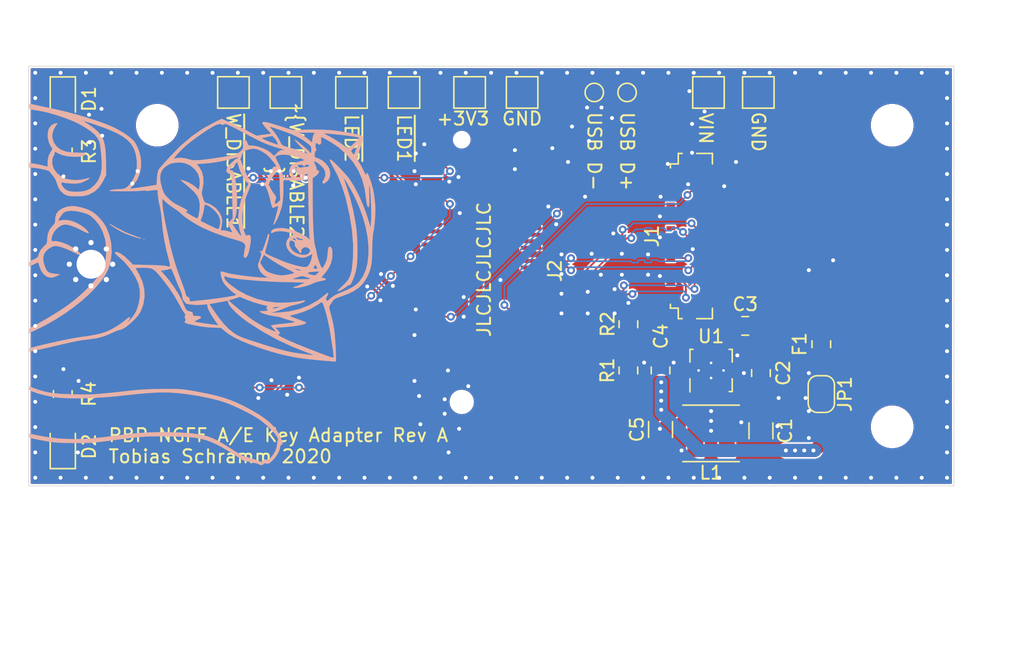
<source format=kicad_pcb>
(kicad_pcb (version 20171130) (host pcbnew 5.1.5)
  (layers (0 F.Cu signal) (31 B.Cu signal) (34 B.Paste user) (35 F.Paste user) (36 B.SilkS user) (37 F.SilkS user) (38 B.Mask user) (39 F.Mask user) (44 Edge.Cuts user))
  (net 0 "")
  (net 1 GND)
  (net 2 "Net-(C1-Pad1)")
  (net 3 "Net-(C3-Pad1)")
  (net 4 +3V3)
  (net 5 "Net-(D1-Pad2)")
  (net 6 /~LED1)
  (net 7 "Net-(D2-Pad2)")
  (net 8 /~LED2)
  (net 9 +3V0)
  (net 10 "Net-(J2-Pad73)")
  (net 11 "Net-(J2-Pad71)")
  (net 12 "Net-(J2-Pad70)")
  (net 13 "Net-(J2-Pad68)")
  (net 14 "Net-(J2-Pad67)")
  (net 15 "Net-(J2-Pad66)")
  (net 16 "Net-(J2-Pad65)")
  (net 17 "Net-(J2-Pad64)")
  (net 18 "Net-(J2-Pad62)")
  (net 19 "Net-(J2-Pad61)")
  (net 20 "Net-(J2-Pad60)")
  (net 21 "Net-(J2-Pad59)")
  (net 22 "Net-(J2-Pad58)")
  (net 23 /~W_DISABLE1)
  (net 24 "Net-(J2-Pad55)")
  (net 25 /~W_DISABLE2)
  (net 26 /~CLKREQ)
  (net 27 /~PERST)
  (net 28 "Net-(J2-Pad50)")
  (net 29 /REFCLK-)
  (net 30 "Net-(J2-Pad48)")
  (net 31 /REFCLK+)
  (net 32 "Net-(J2-Pad46)")
  (net 33 "Net-(J2-Pad44)")
  (net 34 /RX-)
  (net 35 "Net-(J2-Pad42)")
  (net 36 /RX+)
  (net 37 "Net-(J2-Pad40)")
  (net 38 "Net-(J2-Pad38)")
  (net 39 /TX-)
  (net 40 "Net-(J2-Pad36)")
  (net 41 /TX+)
  (net 42 "Net-(J2-Pad34)")
  (net 43 "Net-(J2-Pad32)")
  (net 44 "Net-(J2-Pad22)")
  (net 45 "Net-(J2-Pad21)")
  (net 46 "Net-(J2-Pad20)")
  (net 47 "Net-(J2-Pad19)")
  (net 48 "Net-(J2-Pad17)")
  (net 49 /USB_D-)
  (net 50 /USB_D+)
  (net 51 "Net-(L1-Pad2)")
  (net 52 "Net-(L1-Pad1)")
  (net 53 "Net-(R1-Pad2)")
  (net 54 "Net-(J1-Pad32)")
  (net 55 "Net-(J1-Pad29)")
  (net 56 "Net-(J1-Pad27)")
  (net 57 "Net-(J1-Pad26)")
  (net 58 "Net-(J1-Pad24)")
  (net 59 "Net-(J1-Pad23)")
  (net 60 "Net-(J1-Pad21)")
  (net 61 "Net-(J1-Pad20)")
  (net 62 "Net-(J1-Pad18)")
  (net 63 "Net-(J1-Pad17)")
  (net 64 "Net-(J1-Pad6)")
  (net 65 "Net-(J1-Pad5)")
  (net 66 "Net-(J1-Pad3)")
  (net 67 "Net-(J1-Pad2)")
  (module TestPoint:TestPoint_Pad_2.0x2.0mm (layer F.Cu) (at 163.5 102)
    (fp_text reference TP10 hide)
    (fp_text value TestPoint)
    (pad 1 smd rect (at 0 0) (size 2 2) (layers F.Cu F.Mask) (net 1 GND))
  )
  (module TestPoint:TestPoint_Pad_2.0x2.0mm (layer F.Cu) (at 181.5 102)
    (fp_text reference TP9 hide)
    (fp_text value TestPoint)
    (pad 1 smd rect (at 0 0) (size 2 2) (layers F.Cu F.Mask) (net 1 GND))
  )
  (module PinebookPro-M2-A+E-adapter:awaiting (layer B.Cu) (at 140.8 116.65 90)
    (fp_text reference G*** hide)
    (fp_text value LOGO hide)
  )
  (module Package_SON:Texas_DRC0010J_ThermalVias (layer F.Cu) (at 177.9 123.2 90)
    (fp_text reference U1 (at 2.6 0 180) (layer F.SilkS))
    (fp_text value TPS63001)
    (pad 11 thru_hole circle (at 0 -0.95 90) (size 0.5 0.5) (drill 0.2) (layers *.Cu) (net 1 GND))
    (pad 11 thru_hole circle (at 0.575 0 90) (size 0.5 0.5) (drill 0.2) (layers *.Cu) (net 1 GND))
    (pad 11 thru_hole circle (at -0.575 0 90) (size 0.5 0.5) (drill 0.2) (layers *.Cu) (net 1 GND))
    (pad 11 thru_hole circle (at 0 0.95 90) (size 0.5 0.5) (drill 0.2) (layers *.Cu) (net 1 GND))
    (pad 11 smd custom (at 0 0 90) (size 1.65 2.4) (layers F.Cu F.Mask) (net 1 GND) (options (clearance outline) (anchor rect)) (primitives (gr_poly (pts (xy -0.375 -1.1) (xy -0.375 -1.7) (xy -0.125 -1.7) (xy -0.125 -1.1) (xy 0.125 -1.1) (xy 0.125 -1.7) (xy 0.375 -1.7) (xy 0.375 1.7) (xy 0.125 1.7) (xy 0.125 1.1) (xy -0.125 1.1) (xy -0.125 1.7) (xy -0.375 1.7)) (width 0))))
    (pad 10 smd rect (at 1.4 -1 90) (size 0.6 0.24) (layers F.Cu F.Paste F.Mask) (net 53 "Net-(R1-Pad2)"))
    (pad 9 smd rect (at 1.4 -0.5 90) (size 0.6 0.24) (layers F.Cu F.Paste F.Mask) (net 1 GND))
    (pad 8 smd rect (at 1.4 0 90) (size 0.6 0.24) (layers F.Cu F.Paste F.Mask) (net 3 "Net-(C3-Pad1)"))
    (pad 7 smd rect (at 1.4 0.5 90) (size 0.6 0.24) (layers F.Cu F.Paste F.Mask) (net 3 "Net-(C3-Pad1)"))
    (pad 6 smd rect (at 1.4 1 90) (size 0.6 0.24) (layers F.Cu F.Paste F.Mask) (net 3 "Net-(C3-Pad1)"))
    (pad 5 smd rect (at -1.4 1 90) (size 0.6 0.24) (layers F.Cu F.Paste F.Mask) (net 2 "Net-(C1-Pad1)"))
    (pad 4 smd rect (at -1.4 0.5 90) (size 0.6 0.24) (layers F.Cu F.Paste F.Mask) (net 52 "Net-(L1-Pad1)"))
    (pad 3 smd rect (at -1.4 0 90) (size 0.6 0.24) (layers F.Cu F.Paste F.Mask) (net 1 GND))
    (pad 2 smd rect (at -1.4 -0.5 90) (size 0.6 0.24) (layers F.Cu F.Paste F.Mask) (net 51 "Net-(L1-Pad2)"))
    (pad 1 smd rect (at -1.4 -1 90) (size 0.6 0.24) (layers F.Cu F.Paste F.Mask) (net 4 +3V3))
  )
  (module MountingHole:MountingHole_2.2mm_M2_Pad_Via (layer F.Cu) (at 130.65 115.1)
    (fp_text reference H1 hide)
    (fp_text value MountingHole_Pad)
    (pad 1 thru_hole circle (at 1.166726 -1.166726) (size 0.7 0.7) (drill 0.4) (layers *.Cu *.Mask) (net 1 GND))
    (pad 1 thru_hole circle (at 0 -1.65) (size 0.7 0.7) (drill 0.4) (layers *.Cu *.Mask) (net 1 GND))
    (pad 1 thru_hole circle (at -1.166726 -1.166726) (size 0.7 0.7) (drill 0.4) (layers *.Cu *.Mask) (net 1 GND))
    (pad 1 thru_hole circle (at -1.65 0) (size 0.7 0.7) (drill 0.4) (layers *.Cu *.Mask) (net 1 GND))
    (pad 1 thru_hole circle (at -1.166726 1.166726) (size 0.7 0.7) (drill 0.4) (layers *.Cu *.Mask) (net 1 GND))
    (pad 1 thru_hole circle (at 0 1.65) (size 0.7 0.7) (drill 0.4) (layers *.Cu *.Mask) (net 1 GND))
    (pad 1 thru_hole circle (at 1.166726 1.166726) (size 0.7 0.7) (drill 0.4) (layers *.Cu *.Mask) (net 1 GND))
    (pad 1 thru_hole circle (at 1.65 0) (size 0.7 0.7) (drill 0.4) (layers *.Cu *.Mask) (net 1 GND))
    (pad 1 thru_hole circle (at 0 0) (size 4.4 4.4) (drill 2.2) (layers *.Cu *.Mask) (net 1 GND))
  )
  (module Connector_FFC_Hirose:Hirose_FH26-35S-0.3SH_2x35-1MP_P0.30mm_Horizontal (layer F.Cu) (at 176.3 112.95 90)
    (fp_text reference J1 (at 0 -2.9 90) (layer F.SilkS))
    (fp_text value Conn_01x35_MountingPin)
    (pad 35 smd rect (at 5.1 1.4 90) (size 0.3 0.8) (layers F.Cu F.Paste F.Mask) (net 9 +3V0))
    (pad 34 smd rect (at 4.8 -1.475 90) (size 0.3 0.65) (layers F.Cu F.Paste F.Mask) (net 9 +3V0))
    (pad 33 smd rect (at 4.5 1.4 90) (size 0.3 0.8) (layers F.Cu F.Paste F.Mask) (net 9 +3V0))
    (pad 32 smd rect (at 4.2 -1.475 90) (size 0.3 0.65) (layers F.Cu F.Paste F.Mask) (net 54 "Net-(J1-Pad32)"))
    (pad 31 smd rect (at 3.9 1.4 90) (size 0.3 0.8) (layers F.Cu F.Paste F.Mask) (net 26 /~CLKREQ))
    (pad 30 smd rect (at 3.6 -1.475 90) (size 0.3 0.65) (layers F.Cu F.Paste F.Mask) (net 27 /~PERST))
    (pad 29 smd rect (at 3.3 1.4 90) (size 0.3 0.8) (layers F.Cu F.Paste F.Mask) (net 55 "Net-(J1-Pad29)"))
    (pad 28 smd rect (at 3 -1.475 90) (size 0.3 0.65) (layers F.Cu F.Paste F.Mask) (net 1 GND))
    (pad 27 smd rect (at 2.7 1.4 90) (size 0.3 0.8) (layers F.Cu F.Paste F.Mask) (net 56 "Net-(J1-Pad27)"))
    (pad 26 smd rect (at 2.4 -1.475 90) (size 0.3 0.65) (layers F.Cu F.Paste F.Mask) (net 57 "Net-(J1-Pad26)"))
    (pad 25 smd rect (at 2.1 1.4 90) (size 0.3 0.8) (layers F.Cu F.Paste F.Mask) (net 1 GND))
    (pad 24 smd rect (at 1.8 -1.475 90) (size 0.3 0.65) (layers F.Cu F.Paste F.Mask) (net 58 "Net-(J1-Pad24)"))
    (pad 23 smd rect (at 1.5 1.4 90) (size 0.3 0.8) (layers F.Cu F.Paste F.Mask) (net 59 "Net-(J1-Pad23)"))
    (pad 22 smd rect (at 1.2 -1.475 90) (size 0.3 0.65) (layers F.Cu F.Paste F.Mask) (net 1 GND))
    (pad 21 smd rect (at 0.9 1.4 90) (size 0.3 0.8) (layers F.Cu F.Paste F.Mask) (net 60 "Net-(J1-Pad21)"))
    (pad 20 smd rect (at 0.6 -1.475 90) (size 0.3 0.65) (layers F.Cu F.Paste F.Mask) (net 61 "Net-(J1-Pad20)"))
    (pad 19 smd rect (at 0.3 1.4 90) (size 0.3 0.8) (layers F.Cu F.Paste F.Mask) (net 1 GND))
    (pad 18 smd rect (at 0 -1.475 90) (size 0.3 0.65) (layers F.Cu F.Paste F.Mask) (net 62 "Net-(J1-Pad18)"))
    (pad 17 smd rect (at -0.3 1.4 90) (size 0.3 0.8) (layers F.Cu F.Paste F.Mask) (net 63 "Net-(J1-Pad17)"))
    (pad 16 smd rect (at -0.6 -1.475 90) (size 0.3 0.65) (layers F.Cu F.Paste F.Mask) (net 1 GND))
    (pad 15 smd rect (at -0.9 1.4 90) (size 0.3 0.8) (layers F.Cu F.Paste F.Mask) (net 36 /RX+))
    (pad 14 smd rect (at -1.2 -1.475 90) (size 0.3 0.65) (layers F.Cu F.Paste F.Mask) (net 34 /RX-))
    (pad 13 smd rect (at -1.5 1.4 90) (size 0.3 0.8) (layers F.Cu F.Paste F.Mask) (net 1 GND))
    (pad 12 smd rect (at -1.8 -1.475 90) (size 0.3 0.65) (layers F.Cu F.Paste F.Mask) (net 41 /TX+))
    (pad 11 smd rect (at -2.1 1.4 90) (size 0.3 0.8) (layers F.Cu F.Paste F.Mask) (net 39 /TX-))
    (pad 10 smd rect (at -2.4 -1.475 90) (size 0.3 0.65) (layers F.Cu F.Paste F.Mask) (net 1 GND))
    (pad 9 smd rect (at -2.7 1.4 90) (size 0.3 0.8) (layers F.Cu F.Paste F.Mask) (net 31 /REFCLK+))
    (pad 8 smd rect (at -3 -1.475 90) (size 0.3 0.65) (layers F.Cu F.Paste F.Mask) (net 29 /REFCLK-))
    (pad 7 smd rect (at -3.3 1.4 90) (size 0.3 0.8) (layers F.Cu F.Paste F.Mask) (net 1 GND))
    (pad 6 smd rect (at -3.6 -1.475 90) (size 0.3 0.65) (layers F.Cu F.Paste F.Mask) (net 64 "Net-(J1-Pad6)"))
    (pad 5 smd rect (at -3.9 1.4 90) (size 0.3 0.8) (layers F.Cu F.Paste F.Mask) (net 65 "Net-(J1-Pad5)"))
    (pad 4 smd rect (at -4.2 -1.475 90) (size 0.3 0.65) (layers F.Cu F.Paste F.Mask) (net 1 GND))
    (pad 3 smd rect (at -4.5 1.4 90) (size 0.3 0.8) (layers F.Cu F.Paste F.Mask) (net 66 "Net-(J1-Pad3)"))
    (pad 2 smd rect (at -4.8 -1.475 90) (size 0.3 0.65) (layers F.Cu F.Paste F.Mask) (net 67 "Net-(J1-Pad2)"))
    (pad MP smd rect (at -5.9 1.125 90) (size 0.6 0.95) (layers F.Cu F.Paste F.Mask) (net 1 GND))
    (pad MP smd rect (at 5.9 1.125 90) (size 0.6 0.95) (layers F.Cu F.Paste F.Mask) (net 1 GND))
    (pad 1 smd rect (at -5.1 1.4 90) (size 0.3 0.8) (layers F.Cu F.Paste F.Mask) (net 1 GND))
  )
  (module MountingHole:MountingHole_3mm (layer F.Cu) (at 191.7 104.5)
    (fp_text reference REF** hide)
    (fp_text value MountingHole_3mm)
    (pad 1 np_thru_hole circle (at 0 0) (size 3 3) (drill 3) (layers *.Cu *.Mask))
  )
  (module MountingHole:MountingHole_3mm (layer F.Cu) (at 191.7 127.5)
    (fp_text reference REF** hide)
    (fp_text value MountingHole_3mm)
    (pad 1 np_thru_hole circle (at 0 0) (size 3 3) (drill 3) (layers *.Cu *.Mask))
  )
  (module MountingHole:MountingHole_3mm (layer F.Cu) (at 135.7 104.5)
    (fp_text reference REF** hide)
    (fp_text value MountingHole_3mm)
    (pad 1 np_thru_hole circle (at 0 0) (size 3 3) (drill 3) (layers *.Cu *.Mask))
  )
  (module TestPoint:TestPoint_Pad_2.0x2.0mm (layer F.Cu) (at 177.7 102)
    (fp_text reference TP8 hide)
    (fp_text value TestPoint)
    (pad 1 smd rect (at 0 0) (size 2 2) (layers F.Cu F.Mask) (net 9 +3V0))
  )
  (module TestPoint:TestPoint_Pad_2.0x2.0mm (layer F.Cu) (at 159.5 102)
    (fp_text reference TP7 hide)
    (fp_text value TestPoint)
    (pad 1 smd rect (at 0 0) (size 2 2) (layers F.Cu F.Mask) (net 4 +3V3))
  )
  (module TestPoint:TestPoint_Pad_2.0x2.0mm (layer F.Cu) (at 150.5 102)
    (fp_text reference TP6 hide)
    (fp_text value TestPoint)
    (pad 1 smd rect (at 0 0) (size 2 2) (layers F.Cu F.Mask) (net 8 /~LED2))
  )
  (module TestPoint:TestPoint_Pad_2.0x2.0mm (layer F.Cu) (at 154.5 102)
    (fp_text reference TP5 hide)
    (fp_text value TestPoint)
    (pad 1 smd rect (at 0 0) (size 2 2) (layers F.Cu F.Mask) (net 6 /~LED1))
  )
  (module TestPoint:TestPoint_Pad_2.0x2.0mm (layer F.Cu) (at 145.5 102)
    (fp_text reference TP4 hide)
    (fp_text value TestPoint)
    (pad 1 smd rect (at 0 0) (size 2 2) (layers F.Cu F.Mask) (net 25 /~W_DISABLE2))
  )
  (module TestPoint:TestPoint_Pad_2.0x2.0mm (layer F.Cu) (at 141.5 102)
    (fp_text reference TP3 hide)
    (fp_text value TestPoint)
    (pad 1 smd rect (at 0 0) (size 2 2) (layers F.Cu F.Mask) (net 23 /~W_DISABLE1))
  )
  (module TestPoint:TestPoint_Pad_D1.0mm (layer F.Cu) (at 169 102)
    (fp_text reference TP2 hide)
    (fp_text value TestPoint)
    (pad 1 smd circle (at 0 0) (size 1 1) (layers F.Cu F.Mask) (net 50 /USB_D+))
  )
  (module TestPoint:TestPoint_Pad_D1.0mm (layer F.Cu) (at 171.5 102)
    (fp_text reference TP1 hide)
    (fp_text value TestPoint)
    (pad 1 smd circle (at 0 0) (size 1 1) (layers F.Cu F.Mask) (net 49 /USB_D-))
  )
  (module Resistor_SMD:R_0805_2012Metric (layer F.Cu) (at 128.5 125 270)
    (fp_text reference R4 (at 0 -2 90) (layer F.SilkS))
    (fp_text value R)
    (pad 2 smd roundrect (at 0.9375 0 270) (size 0.975 1.4) (layers F.Cu F.Paste F.Mask) (net 7 "Net-(D2-Pad2)"))
    (pad 1 smd roundrect (at -0.9375 0 270) (size 0.975 1.4) (layers F.Cu F.Paste F.Mask) (net 4 +3V3))
  )
  (module Resistor_SMD:R_0805_2012Metric (layer F.Cu) (at 128.5 106.5 90)
    (fp_text reference R3 (at 0 2 90) (layer F.SilkS))
    (fp_text value R)
    (pad 2 smd roundrect (at 0.9375 0 90) (size 0.975 1.4) (layers F.Cu F.Paste F.Mask) (net 5 "Net-(D1-Pad2)"))
    (pad 1 smd roundrect (at -0.9375 0 90) (size 0.975 1.4) (layers F.Cu F.Paste F.Mask) (net 4 +3V3))
  )
  (module Resistor_SMD:R_0805_2012Metric (layer F.Cu) (at 171.6 119.675 90)
    (fp_text reference R2 (at 0 -1.575 90) (layer F.SilkS))
    (fp_text value DNP)
    (pad 2 smd roundrect (at 0.9375 0 90) (size 0.975 1.4) (layers F.Cu F.Paste F.Mask) (net 1 GND))
    (pad 1 smd roundrect (at -0.9375 0 90) (size 0.975 1.4) (layers F.Cu F.Paste F.Mask) (net 53 "Net-(R1-Pad2)"))
  )
  (module Resistor_SMD:R_0805_2012Metric (layer F.Cu) (at 171.6 123.2 90)
    (fp_text reference R1 (at 0 -1.6 90) (layer F.SilkS))
    (fp_text value "0 R")
    (pad 2 smd roundrect (at 0.9375 0 90) (size 0.975 1.4) (layers F.Cu F.Paste F.Mask) (net 53 "Net-(R1-Pad2)"))
    (pad 1 smd roundrect (at -0.9375 0 90) (size 0.975 1.4) (layers F.Cu F.Paste F.Mask) (net 4 +3V3))
  )
  (module Inductor_SMD:L_Coilcraft_XxL4020 (layer F.Cu) (at 177.9 128 180)
    (fp_text reference L1 (at 0 -3) (layer F.SilkS))
    (fp_text value "2.2 µH")
    (pad 2 smd rect (at 1.185 0 180) (size 0.98 3.4) (layers F.Cu F.Paste F.Mask) (net 51 "Net-(L1-Pad2)"))
    (pad 1 smd rect (at -1.185 0 180) (size 0.98 3.4) (layers F.Cu F.Paste F.Mask) (net 52 "Net-(L1-Pad1)"))
  )
  (module Jumper:SolderJumper-2_P1.3mm_Bridged_RoundedPad1.0x1.5mm (layer F.Cu) (at 186.3 125 270)
    (fp_text reference JP1 (at 0 -1.8 90) (layer F.SilkS))
    (fp_text value SolderJumper_2_Bridged)
    (fp_poly (pts (xy 0.25 -0.3) (xy -0.25 -0.3) (xy -0.25 0.3) (xy 0.25 0.3)) (layer F.Cu) (width 0))
    (pad 1 smd custom (at -0.65 0 270) (size 1 0.5) (layers F.Cu F.Mask) (net 2 "Net-(C1-Pad1)") (options (clearance outline) (anchor rect)) (primitives (gr_circle (center 0 0.25) (end 0.5 0.25) (width 0)) (gr_circle (center 0 -0.25) (end 0.5 -0.25) (width 0)) (gr_poly (pts (xy 0 -0.75) (xy 0.5 -0.75) (xy 0.5 0.75) (xy 0 0.75)) (width 0))))
    (pad 2 smd custom (at 0.65 0 270) (size 1 0.5) (layers F.Cu F.Mask) (net 4 +3V3) (options (clearance outline) (anchor rect)) (primitives (gr_circle (center 0 0.25) (end 0.5 0.25) (width 0)) (gr_circle (center 0 -0.25) (end 0.5 -0.25) (width 0)) (gr_poly (pts (xy 0 -0.75) (xy -0.5 -0.75) (xy -0.5 0.75) (xy 0 0.75)) (width 0))))
  )
  (module amphenol-m.2:MDTXXXXXX001 (layer F.Cu) (at 158.9 115.6 270)
    (fp_text reference J2 (at 0 -7.1 90) (layer F.SilkS))
    (fp_text value M.2-NGFF-A+E-Key)
    (pad 75 smd rect (at 9.25 -5.275 270) (size 0.3 1.55) (layers F.Cu F.Paste F.Mask) (net 1 GND))
    (pad 74 smd rect (at 9 2.275 270) (size 0.3 1.55) (layers F.Cu F.Paste F.Mask) (net 4 +3V3))
    (pad 73 smd rect (at 8.75 -5.275 270) (size 0.3 1.55) (layers F.Cu F.Paste F.Mask) (net 10 "Net-(J2-Pad73)"))
    (pad 72 smd rect (at 8.5 2.275 270) (size 0.3 1.55) (layers F.Cu F.Paste F.Mask) (net 4 +3V3))
    (pad 71 smd rect (at 8.25 -5.275 270) (size 0.3 1.55) (layers F.Cu F.Paste F.Mask) (net 11 "Net-(J2-Pad71)"))
    (pad 70 smd rect (at 8 2.275 270) (size 0.3 1.55) (layers F.Cu F.Paste F.Mask) (net 12 "Net-(J2-Pad70)"))
    (pad 69 smd rect (at 7.75 -5.275 270) (size 0.3 1.55) (layers F.Cu F.Paste F.Mask) (net 1 GND))
    (pad 68 smd rect (at 7.5 2.275 270) (size 0.3 1.55) (layers F.Cu F.Paste F.Mask) (net 13 "Net-(J2-Pad68)"))
    (pad 67 smd rect (at 7.25 -5.275 270) (size 0.3 1.55) (layers F.Cu F.Paste F.Mask) (net 14 "Net-(J2-Pad67)"))
    (pad 66 smd rect (at 7 2.275 270) (size 0.3 1.55) (layers F.Cu F.Paste F.Mask) (net 15 "Net-(J2-Pad66)"))
    (pad 65 smd rect (at 6.75 -5.275 270) (size 0.3 1.55) (layers F.Cu F.Paste F.Mask) (net 16 "Net-(J2-Pad65)"))
    (pad 64 smd rect (at 6.5 2.275 270) (size 0.3 1.55) (layers F.Cu F.Paste F.Mask) (net 17 "Net-(J2-Pad64)"))
    (pad 63 smd rect (at 6.25 -5.275 270) (size 0.3 1.55) (layers F.Cu F.Paste F.Mask) (net 1 GND))
    (pad 62 smd rect (at 6 2.275 270) (size 0.3 1.55) (layers F.Cu F.Paste F.Mask) (net 18 "Net-(J2-Pad62)"))
    (pad 61 smd rect (at 5.75 -5.275 270) (size 0.3 1.55) (layers F.Cu F.Paste F.Mask) (net 19 "Net-(J2-Pad61)"))
    (pad 60 smd rect (at 5.5 2.275 270) (size 0.3 1.55) (layers F.Cu F.Paste F.Mask) (net 20 "Net-(J2-Pad60)"))
    (pad 59 smd rect (at 5.25 -5.275 270) (size 0.3 1.55) (layers F.Cu F.Paste F.Mask) (net 21 "Net-(J2-Pad59)"))
    (pad 58 smd rect (at 5 2.275 270) (size 0.3 1.55) (layers F.Cu F.Paste F.Mask) (net 22 "Net-(J2-Pad58)"))
    (pad 57 smd rect (at 4.75 -5.275 270) (size 0.3 1.55) (layers F.Cu F.Paste F.Mask) (net 1 GND))
    (pad 56 smd rect (at 4.5 2.275 270) (size 0.3 1.55) (layers F.Cu F.Paste F.Mask) (net 23 /~W_DISABLE1))
    (pad 55 smd rect (at 4.25 -5.275 270) (size 0.3 1.55) (layers F.Cu F.Paste F.Mask) (net 24 "Net-(J2-Pad55)"))
    (pad 54 smd rect (at 4 2.275 270) (size 0.3 1.55) (layers F.Cu F.Paste F.Mask) (net 25 /~W_DISABLE2))
    (pad 53 smd rect (at 3.75 -5.275 270) (size 0.3 1.55) (layers F.Cu F.Paste F.Mask) (net 26 /~CLKREQ))
    (pad 52 smd rect (at 3.5 2.275 270) (size 0.3 1.55) (layers F.Cu F.Paste F.Mask) (net 27 /~PERST))
    (pad 51 smd rect (at 3.25 -5.275 270) (size 0.3 1.55) (layers F.Cu F.Paste F.Mask) (net 1 GND))
    (pad 50 smd rect (at 3 2.275 270) (size 0.3 1.55) (layers F.Cu F.Paste F.Mask) (net 28 "Net-(J2-Pad50)"))
    (pad 49 smd rect (at 2.75 -5.275 270) (size 0.3 1.55) (layers F.Cu F.Paste F.Mask) (net 29 /REFCLK-))
    (pad 48 smd rect (at 2.5 2.275 270) (size 0.3 1.55) (layers F.Cu F.Paste F.Mask) (net 30 "Net-(J2-Pad48)"))
    (pad 47 smd rect (at 2.25 -5.275 270) (size 0.3 1.55) (layers F.Cu F.Paste F.Mask) (net 31 /REFCLK+))
    (pad 46 smd rect (at 2 2.275 270) (size 0.3 1.55) (layers F.Cu F.Paste F.Mask) (net 32 "Net-(J2-Pad46)"))
    (pad 45 smd rect (at 1.75 -5.275 270) (size 0.3 1.55) (layers F.Cu F.Paste F.Mask) (net 1 GND))
    (pad 44 smd rect (at 1.5 2.275 270) (size 0.3 1.55) (layers F.Cu F.Paste F.Mask) (net 33 "Net-(J2-Pad44)"))
    (pad 43 smd rect (at 1.25 -5.275 270) (size 0.3 1.55) (layers F.Cu F.Paste F.Mask) (net 34 /RX-))
    (pad 42 smd rect (at 1 2.275 270) (size 0.3 1.55) (layers F.Cu F.Paste F.Mask) (net 35 "Net-(J2-Pad42)"))
    (pad 41 smd rect (at 0.75 -5.275 270) (size 0.3 1.55) (layers F.Cu F.Paste F.Mask) (net 36 /RX+))
    (pad 40 smd rect (at 0.5 2.275 270) (size 0.3 1.55) (layers F.Cu F.Paste F.Mask) (net 37 "Net-(J2-Pad40)"))
    (pad 39 smd rect (at 0.25 -5.275 270) (size 0.3 1.55) (layers F.Cu F.Paste F.Mask) (net 1 GND))
    (pad 38 smd rect (at 0 2.275 270) (size 0.3 1.55) (layers F.Cu F.Paste F.Mask) (net 38 "Net-(J2-Pad38)"))
    (pad 37 smd rect (at -0.25 -5.275 270) (size 0.3 1.55) (layers F.Cu F.Paste F.Mask) (net 39 /TX-))
    (pad 36 smd rect (at -0.5 2.275 270) (size 0.3 1.55) (layers F.Cu F.Paste F.Mask) (net 40 "Net-(J2-Pad36)"))
    (pad 35 smd rect (at -0.75 -5.275 270) (size 0.3 1.55) (layers F.Cu F.Paste F.Mask) (net 41 /TX+))
    (pad 34 smd rect (at -1 2.275 270) (size 0.3 1.55) (layers F.Cu F.Paste F.Mask) (net 42 "Net-(J2-Pad34)"))
    (pad 33 smd rect (at -1.25 -5.275 270) (size 0.3 1.55) (layers F.Cu F.Paste F.Mask) (net 1 GND))
    (pad 32 smd rect (at -1.5 2.275 270) (size 0.3 1.55) (layers F.Cu F.Paste F.Mask) (net 43 "Net-(J2-Pad32)"))
    (pad 31 smd rect (at -1.75 -5.275 270) (size 0.3 1.55) (layers F.Cu F.Paste F.Mask))
    (pad 30 smd rect (at -2 2.275 270) (size 0.3 1.55) (layers F.Cu F.Paste F.Mask))
    (pad 29 smd rect (at -2.25 -5.275 270) (size 0.3 1.55) (layers F.Cu F.Paste F.Mask))
    (pad 28 smd rect (at -2.5 2.275 270) (size 0.3 1.55) (layers F.Cu F.Paste F.Mask))
    (pad 27 smd rect (at -2.75 -5.275 270) (size 0.3 1.55) (layers F.Cu F.Paste F.Mask))
    (pad 26 smd rect (at -3 2.275 270) (size 0.3 1.55) (layers F.Cu F.Paste F.Mask))
    (pad 25 smd rect (at -3.25 -5.275 270) (size 0.3 1.55) (layers F.Cu F.Paste F.Mask))
    (pad 24 smd rect (at -3.5 2.275 270) (size 0.3 1.55) (layers F.Cu F.Paste F.Mask))
    (pad 23 smd rect (at -3.75 -5.275 270) (size 0.3 1.55) (layers F.Cu F.Paste F.Mask))
    (pad 22 smd rect (at -4 2.275 270) (size 0.3 1.55) (layers F.Cu F.Paste F.Mask) (net 44 "Net-(J2-Pad22)"))
    (pad 21 smd rect (at -4.25 -5.275 270) (size 0.3 1.55) (layers F.Cu F.Paste F.Mask) (net 45 "Net-(J2-Pad21)"))
    (pad 20 smd rect (at -4.5 2.275 270) (size 0.3 1.55) (layers F.Cu F.Paste F.Mask) (net 46 "Net-(J2-Pad20)"))
    (pad 19 smd rect (at -4.75 -5.275 270) (size 0.3 1.55) (layers F.Cu F.Paste F.Mask) (net 47 "Net-(J2-Pad19)"))
    (pad 18 smd rect (at -5 2.275 270) (size 0.3 1.55) (layers F.Cu F.Paste F.Mask) (net 1 GND))
    (pad 17 smd rect (at -5.25 -5.275 270) (size 0.3 1.55) (layers F.Cu F.Paste F.Mask) (net 48 "Net-(J2-Pad17)"))
    (pad 16 smd rect (at -5.5 2.275 270) (size 0.3 1.55) (layers F.Cu F.Paste F.Mask) (net 8 /~LED2))
    (pad 15 smd rect (at -5.75 -5.275 270) (size 0.3 1.55) (layers F.Cu F.Paste F.Mask))
    (pad 14 smd rect (at -6 2.275 270) (size 0.3 1.55) (layers F.Cu F.Paste F.Mask))
    (pad 13 smd rect (at -6.25 -5.275 270) (size 0.3 1.55) (layers F.Cu F.Paste F.Mask))
    (pad 12 smd rect (at -6.5 2.275 270) (size 0.3 1.55) (layers F.Cu F.Paste F.Mask))
    (pad 11 smd rect (at -6.75 -5.275 270) (size 0.3 1.55) (layers F.Cu F.Paste F.Mask))
    (pad 10 smd rect (at -7 2.275 270) (size 0.3 1.55) (layers F.Cu F.Paste F.Mask))
    (pad 9 smd rect (at -7.25 -5.275 270) (size 0.3 1.55) (layers F.Cu F.Paste F.Mask))
    (pad 8 smd rect (at -7.5 2.275 270) (size 0.3 1.55) (layers F.Cu F.Paste F.Mask))
    (pad 7 smd rect (at -7.75 -5.275 270) (size 0.3 1.55) (layers F.Cu F.Paste F.Mask) (net 1 GND))
    (pad 6 smd rect (at -8 2.275 270) (size 0.3 1.55) (layers F.Cu F.Paste F.Mask) (net 6 /~LED1))
    (pad 5 smd rect (at -8.25 -5.275 270) (size 0.3 1.55) (layers F.Cu F.Paste F.Mask) (net 49 /USB_D-))
    (pad 4 smd rect (at -8.5 2.275 270) (size 0.3 1.55) (layers F.Cu F.Paste F.Mask) (net 4 +3V3))
    (pad 3 smd rect (at -8.75 -5.275 270) (size 0.3 1.55) (layers F.Cu F.Paste F.Mask) (net 50 /USB_D+))
    (pad 2 smd rect (at -9 2.275 270) (size 0.3 1.55) (layers F.Cu F.Paste F.Mask) (net 4 +3V3))
    (pad 1 smd rect (at -9.25 -5.275 270) (size 0.3 1.55) (layers F.Cu F.Paste F.Mask) (net 1 GND))
    (pad MP smd rect (at -10.35 -4.5 270) (size 1.2 2.7) (layers F.Cu F.Paste F.Mask) (net 1 GND))
    (pad MP smd rect (at 10.35 -4.5 270) (size 1.2 2.7) (layers F.Cu F.Paste F.Mask) (net 1 GND))
    (pad "" np_thru_hole circle (at -10 0 270) (size 1.1 1.1) (drill 1.1) (layers *.Cu *.Mask))
    (pad "" np_thru_hole circle (at 10 0 270) (size 1.6 1.6) (drill 1.6) (layers *.Cu *.Mask))
  )
  (module Fuse:Fuse_0805_2012Metric (layer F.Cu) (at 186.3 121.2 90)
    (fp_text reference F1 (at 0 -1.65 90) (layer F.SilkS))
    (fp_text value "2 A")
    (pad 2 smd roundrect (at 0.9375 0 90) (size 0.975 1.4) (layers F.Cu F.Paste F.Mask) (net 9 +3V0))
    (pad 1 smd roundrect (at -0.9375 0 90) (size 0.975 1.4) (layers F.Cu F.Paste F.Mask) (net 2 "Net-(C1-Pad1)"))
  )
  (module LED_SMD:LED_0805_2012Metric (layer F.Cu) (at 128.5 129 90)
    (fp_text reference D2 (at 0 2 90) (layer F.SilkS))
    (fp_text value LED)
    (pad 2 smd roundrect (at 0.9375 0 90) (size 0.975 1.4) (layers F.Cu F.Paste F.Mask) (net 7 "Net-(D2-Pad2)"))
    (pad 1 smd roundrect (at -0.9375 0 90) (size 0.975 1.4) (layers F.Cu F.Paste F.Mask) (net 8 /~LED2))
  )
  (module LED_SMD:LED_0805_2012Metric (layer F.Cu) (at 128.5 102.5 270)
    (fp_text reference D1 (at 0 -2 90) (layer F.SilkS))
    (fp_text value LED)
    (pad 2 smd roundrect (at 0.9375 0 270) (size 0.975 1.4) (layers F.Cu F.Paste F.Mask) (net 5 "Net-(D1-Pad2)"))
    (pad 1 smd roundrect (at -0.9375 0 270) (size 0.975 1.4) (layers F.Cu F.Paste F.Mask) (net 6 /~LED1))
  )
  (module Capacitor_SMD:C_1206_3216Metric (layer F.Cu) (at 174.05 127.7 270)
    (fp_text reference C5 (at 0 1.8 90) (layer F.SilkS))
    (fp_text value C)
    (pad 2 smd roundrect (at 1.4 0 270) (size 1.25 1.75) (layers F.Cu F.Paste F.Mask) (roundrect_rratio 0.2) (net 1 GND))
    (pad 1 smd roundrect (at -1.4 0 270) (size 1.25 1.75) (layers F.Cu F.Paste F.Mask) (roundrect_rratio 0.2) (net 4 +3V3))
  )
  (module Capacitor_SMD:C_0805_2012Metric (layer F.Cu) (at 174.05 123.2 90)
    (fp_text reference C4 (at 2.6 0.025 90) (layer F.SilkS))
    (fp_text value "10 µF")
    (pad 2 smd roundrect (at 0.9375 0 90) (size 0.975 1.4) (layers F.Cu F.Paste F.Mask) (net 1 GND))
    (pad 1 smd roundrect (at -0.9375 0 90) (size 0.975 1.4) (layers F.Cu F.Paste F.Mask) (net 4 +3V3))
  )
  (module Capacitor_SMD:C_0805_2012Metric (layer F.Cu) (at 180.5 119.8)
    (fp_text reference C3 (at 0 -1.65) (layer F.SilkS))
    (fp_text value "100 nF")
    (pad 2 smd roundrect (at 0.9375 0) (size 0.975 1.4) (layers F.Cu F.Paste F.Mask) (net 1 GND))
    (pad 1 smd roundrect (at -0.9375 0) (size 0.975 1.4) (layers F.Cu F.Paste F.Mask) (net 3 "Net-(C3-Pad1)"))
  )
  (module Capacitor_SMD:C_0805_2012Metric (layer F.Cu) (at 181.7 123.4 90)
    (fp_text reference C2 (at 0 1.7 90) (layer F.SilkS))
    (fp_text value "10 µF")
    (pad 2 smd roundrect (at 0.9375 0 90) (size 0.975 1.4) (layers F.Cu F.Paste F.Mask) (net 1 GND))
    (pad 1 smd roundrect (at -0.9375 0 90) (size 0.975 1.4) (layers F.Cu F.Paste F.Mask) (net 2 "Net-(C1-Pad1)"))
  )
  (module Capacitor_SMD:C_1206_3216Metric (layer F.Cu) (at 181.7 127.8 270)
    (fp_text reference C1 (at 0 -1.85 90) (layer F.SilkS))
    (fp_text value C)
    (pad 2 smd roundrect (at 1.4 0 270) (size 1.25 1.75) (layers F.Cu F.Paste F.Mask) (roundrect_rratio 0.2) (net 1 GND))
    (pad 1 smd roundrect (at -1.4 0 270) (size 1.25 1.75) (layers F.Cu F.Paste F.Mask) (roundrect_rratio 0.2) (net 2 "Net-(C1-Pad1)"))
  )
  (gr_text GND (at 163.5 104) (layer F.SilkS) (effects (font (size 1 1))))
  (gr_text GND (at 181.5 105 270) (layer F.SilkS) (effects (font (size 1 1))))
  (gr_text JLCJLCJLCJLC (at 160.6 115.5 90) (layer F.SilkS) (effects (font (size 1 1))))
  (gr_text "PBP NGFF A/E Key Adapter Rev A\nTobias Schramm 2020" (at 131.9 128.95) (layer F.SilkS) (effects (font (size 1 1)) (justify left)))
  (gr_text +3V3 (at 159 104) (layer F.SilkS) (effects (font (size 1 1))))
  (gr_text ~W_DISABLE1 (at 141.5 108 270) (layer F.SilkS) (effects (font (size 1 1))))
  (gr_text "~W_DISABLE2\n" (at 145.5 108 270) (layer F.SilkS) (effects (font (size 1 1))))
  (gr_text ~LED2 (at 150.5 105.5 270) (layer F.SilkS) (effects (font (size 1 1))))
  (gr_text ~LED1 (at 154.5 105.5 270) (layer F.SilkS) (effects (font (size 1 1))))
  (gr_text "USB D-" (at 169 106.5 270) (layer F.SilkS) (effects (font (size 1 1))))
  (gr_text "USB D+" (at 171.5 106.5 270) (layer F.SilkS) (effects (font (size 1 1))))
  (gr_text VIN (at 177.5 104.75 270) (layer F.SilkS) (effects (font (size 1 1))))
  (gr_line (start 196.4 100) (end 125.9 100) (layer Edge.Cuts) (width 0.05))
  (gr_line (start 125.9 100) (end 125.9 132) (layer Edge.Cuts) (width 0.05))
  (gr_line (start 125.9 132) (end 196.4 132) (layer Edge.Cuts) (width 0.05))
  (gr_line (start 196.4 132) (end 196.4 100) (layer Edge.Cuts) (width 0.05))
  (segment (start 177.9 122.85) (end 177.9 124.05) (width 0.25) (layer F.Cu) (net 1))
  (segment (start 177.4 121.8) (end 177.4 122.35) (width 0.25) (layer F.Cu) (net 1))
  (segment (start 177.4 122.35) (end 177.9 122.85) (width 0.25) (layer F.Cu) (net 1))
  (segment (start 177.9 124.05) (end 177.9 124.6) (width 0.25) (layer F.Cu) (net 1))
  (via (at 126.4 100.5) (size 0.6) (drill 0.3) (layers F.Cu B.Cu) (net 1))
  (via (at 126.4 102.43) (size 0.6) (drill 0.3) (layers F.Cu B.Cu) (net 1))
  (via (at 126.4 104.36) (size 0.6) (drill 0.3) (layers F.Cu B.Cu) (net 1))
  (via (at 126.4 106.29) (size 0.6) (drill 0.3) (layers F.Cu B.Cu) (net 1))
  (via (at 126.4 108.22) (size 0.6) (drill 0.3) (layers F.Cu B.Cu) (net 1))
  (via (at 126.4 110.15) (size 0.6) (drill 0.3) (layers F.Cu B.Cu) (net 1))
  (via (at 126.4 112.08) (size 0.6) (drill 0.3) (layers F.Cu B.Cu) (net 1))
  (via (at 126.4 114.01) (size 0.6) (drill 0.3) (layers F.Cu B.Cu) (net 1))
  (via (at 126.4 115.94) (size 0.6) (drill 0.3) (layers F.Cu B.Cu) (net 1))
  (via (at 126.4 117.87) (size 0.6) (drill 0.3) (layers F.Cu B.Cu) (net 1))
  (via (at 126.4 119.8) (size 0.6) (drill 0.3) (layers F.Cu B.Cu) (net 1))
  (via (at 126.4 121.73) (size 0.6) (drill 0.3) (layers F.Cu B.Cu) (net 1))
  (via (at 126.4 123.66) (size 0.6) (drill 0.3) (layers F.Cu B.Cu) (net 1))
  (via (at 126.4 125.59) (size 0.6) (drill 0.3) (layers F.Cu B.Cu) (net 1))
  (via (at 126.4 127.52) (size 0.6) (drill 0.3) (layers F.Cu B.Cu) (net 1))
  (via (at 126.4 129.45) (size 0.6) (drill 0.3) (layers F.Cu B.Cu) (net 1))
  (via (at 126.4 131.38) (size 0.6) (drill 0.3) (layers F.Cu B.Cu) (net 1))
  (via (at 128.33 131.38) (size 0.6) (drill 0.3) (layers F.Cu B.Cu) (net 1))
  (via (at 130.26 131.38) (size 0.6) (drill 0.3) (layers F.Cu B.Cu) (net 1))
  (via (at 132.19 131.38) (size 0.6) (drill 0.3) (layers F.Cu B.Cu) (net 1))
  (via (at 134.12 131.38) (size 0.6) (drill 0.3) (layers F.Cu B.Cu) (net 1))
  (via (at 136.05 131.38) (size 0.6) (drill 0.3) (layers F.Cu B.Cu) (net 1))
  (via (at 137.98 131.38) (size 0.6) (drill 0.3) (layers F.Cu B.Cu) (net 1))
  (via (at 139.91 131.38) (size 0.6) (drill 0.3) (layers F.Cu B.Cu) (net 1))
  (via (at 141.84 131.38) (size 0.6) (drill 0.3) (layers F.Cu B.Cu) (net 1))
  (via (at 143.77 131.38) (size 0.6) (drill 0.3) (layers F.Cu B.Cu) (net 1))
  (via (at 145.7 131.38) (size 0.6) (drill 0.3) (layers F.Cu B.Cu) (net 1))
  (via (at 147.63 131.38) (size 0.6) (drill 0.3) (layers F.Cu B.Cu) (net 1))
  (via (at 149.56 131.38) (size 0.6) (drill 0.3) (layers F.Cu B.Cu) (net 1))
  (via (at 151.49 131.38) (size 0.6) (drill 0.3) (layers F.Cu B.Cu) (net 1))
  (via (at 153.42 131.38) (size 0.6) (drill 0.3) (layers F.Cu B.Cu) (net 1))
  (via (at 155.35 131.38) (size 0.6) (drill 0.3) (layers F.Cu B.Cu) (net 1))
  (via (at 157.28 131.38) (size 0.6) (drill 0.3) (layers F.Cu B.Cu) (net 1))
  (via (at 159.21 131.38) (size 0.6) (drill 0.3) (layers F.Cu B.Cu) (net 1))
  (via (at 161.14 131.38) (size 0.6) (drill 0.3) (layers F.Cu B.Cu) (net 1))
  (via (at 163.07 131.38) (size 0.6) (drill 0.3) (layers F.Cu B.Cu) (net 1))
  (via (at 165 131.38) (size 0.6) (drill 0.3) (layers F.Cu B.Cu) (net 1))
  (via (at 166.93 131.38) (size 0.6) (drill 0.3) (layers F.Cu B.Cu) (net 1))
  (via (at 168.86 131.38) (size 0.6) (drill 0.3) (layers F.Cu B.Cu) (net 1))
  (via (at 170.79 131.38) (size 0.6) (drill 0.3) (layers F.Cu B.Cu) (net 1))
  (via (at 172.72 131.38) (size 0.6) (drill 0.3) (layers F.Cu B.Cu) (net 1))
  (via (at 174.65 131.38) (size 0.6) (drill 0.3) (layers F.Cu B.Cu) (net 1))
  (via (at 176.58 131.38) (size 0.6) (drill 0.3) (layers F.Cu B.Cu) (net 1))
  (via (at 178.51 131.38) (size 0.6) (drill 0.3) (layers F.Cu B.Cu) (net 1))
  (via (at 180.44 131.38) (size 0.6) (drill 0.3) (layers F.Cu B.Cu) (net 1))
  (via (at 182.37 131.38) (size 0.6) (drill 0.3) (layers F.Cu B.Cu) (net 1))
  (via (at 184.3 131.38) (size 0.6) (drill 0.3) (layers F.Cu B.Cu) (net 1))
  (via (at 186.23 131.38) (size 0.6) (drill 0.3) (layers F.Cu B.Cu) (net 1))
  (via (at 188.16 131.38) (size 0.6) (drill 0.3) (layers F.Cu B.Cu) (net 1))
  (via (at 190.09 131.38) (size 0.6) (drill 0.3) (layers F.Cu B.Cu) (net 1))
  (via (at 192.02 131.38) (size 0.6) (drill 0.3) (layers F.Cu B.Cu) (net 1))
  (via (at 193.95 131.38) (size 0.6) (drill 0.3) (layers F.Cu B.Cu) (net 1))
  (via (at 195.88 131.38) (size 0.6) (drill 0.3) (layers F.Cu B.Cu) (net 1))
  (via (at 195.88 129.45) (size 0.6) (drill 0.3) (layers F.Cu B.Cu) (net 1))
  (via (at 195.88 127.52) (size 0.6) (drill 0.3) (layers F.Cu B.Cu) (net 1))
  (via (at 195.88 125.59) (size 0.6) (drill 0.3) (layers F.Cu B.Cu) (net 1))
  (via (at 195.88 123.66) (size 0.6) (drill 0.3) (layers F.Cu B.Cu) (net 1))
  (via (at 195.88 121.73) (size 0.6) (drill 0.3) (layers F.Cu B.Cu) (net 1))
  (via (at 195.88 119.8) (size 0.6) (drill 0.3) (layers F.Cu B.Cu) (net 1))
  (via (at 195.88 117.87) (size 0.6) (drill 0.3) (layers F.Cu B.Cu) (net 1))
  (via (at 195.88 115.94) (size 0.6) (drill 0.3) (layers F.Cu B.Cu) (net 1))
  (via (at 195.88 114.01) (size 0.6) (drill 0.3) (layers F.Cu B.Cu) (net 1))
  (via (at 195.88 112.08) (size 0.6) (drill 0.3) (layers F.Cu B.Cu) (net 1))
  (via (at 195.88 110.15) (size 0.6) (drill 0.3) (layers F.Cu B.Cu) (net 1))
  (via (at 195.88 108.22) (size 0.6) (drill 0.3) (layers F.Cu B.Cu) (net 1))
  (via (at 195.88 106.29) (size 0.6) (drill 0.3) (layers F.Cu B.Cu) (net 1))
  (via (at 195.88 104.36) (size 0.6) (drill 0.3) (layers F.Cu B.Cu) (net 1))
  (via (at 195.88 102.43) (size 0.6) (drill 0.3) (layers F.Cu B.Cu) (net 1))
  (via (at 195.88 100.5) (size 0.6) (drill 0.3) (layers F.Cu B.Cu) (net 1))
  (via (at 128.33 100.5) (size 0.6) (drill 0.3) (layers F.Cu B.Cu) (net 1))
  (via (at 130.26 100.5) (size 0.6) (drill 0.3) (layers F.Cu B.Cu) (net 1))
  (via (at 132.19 100.5) (size 0.6) (drill 0.3) (layers F.Cu B.Cu) (net 1))
  (via (at 134.12 100.5) (size 0.6) (drill 0.3) (layers F.Cu B.Cu) (net 1))
  (via (at 136.05 100.5) (size 0.6) (drill 0.3) (layers F.Cu B.Cu) (net 1))
  (via (at 137.98 100.5) (size 0.6) (drill 0.3) (layers F.Cu B.Cu) (net 1))
  (via (at 139.91 100.5) (size 0.6) (drill 0.3) (layers F.Cu B.Cu) (net 1))
  (via (at 143.77 100.5) (size 0.6) (drill 0.3) (layers F.Cu B.Cu) (net 1))
  (via (at 147.63 100.5) (size 0.6) (drill 0.3) (layers F.Cu B.Cu) (net 1))
  (via (at 157.28 100.5) (size 0.6) (drill 0.3) (layers F.Cu B.Cu) (net 1))
  (via (at 161.14 100.5) (size 0.6) (drill 0.3) (layers F.Cu B.Cu) (net 1))
  (via (at 163.07 100.5) (size 0.6) (drill 0.3) (layers F.Cu B.Cu) (net 1))
  (via (at 165 100.5) (size 0.6) (drill 0.3) (layers F.Cu B.Cu) (net 1))
  (via (at 166.93 100.5) (size 0.6) (drill 0.3) (layers F.Cu B.Cu) (net 1))
  (via (at 168.86 100.5) (size 0.6) (drill 0.3) (layers F.Cu B.Cu) (net 1))
  (via (at 170.79 100.5) (size 0.6) (drill 0.3) (layers F.Cu B.Cu) (net 1))
  (via (at 172.72 100.5) (size 0.6) (drill 0.3) (layers F.Cu B.Cu) (net 1))
  (via (at 174.65 100.5) (size 0.6) (drill 0.3) (layers F.Cu B.Cu) (net 1))
  (via (at 176.58 100.5) (size 0.6) (drill 0.3) (layers F.Cu B.Cu) (net 1))
  (via (at 178.51 100.5) (size 0.6) (drill 0.3) (layers F.Cu B.Cu) (net 1))
  (via (at 180.44 100.5) (size 0.6) (drill 0.3) (layers F.Cu B.Cu) (net 1))
  (via (at 182.37 100.5) (size 0.6) (drill 0.3) (layers F.Cu B.Cu) (net 1))
  (via (at 184.3 100.5) (size 0.6) (drill 0.3) (layers F.Cu B.Cu) (net 1))
  (via (at 186.23 100.5) (size 0.6) (drill 0.3) (layers F.Cu B.Cu) (net 1))
  (via (at 188.16 100.5) (size 0.6) (drill 0.3) (layers F.Cu B.Cu) (net 1))
  (via (at 190.09 100.5) (size 0.6) (drill 0.3) (layers F.Cu B.Cu) (net 1))
  (via (at 192.02 100.5) (size 0.6) (drill 0.3) (layers F.Cu B.Cu) (net 1))
  (via (at 193.95 100.5) (size 0.6) (drill 0.3) (layers F.Cu B.Cu) (net 1))
  (via (at 195.88 100.5) (size 0.6) (drill 0.3) (layers F.Cu B.Cu) (net 1))
  (via (at 159.21 100.5) (size 0.6) (drill 0.3) (layers F.Cu B.Cu) (net 1))
  (via (at 153.42 100.5) (size 0.6) (drill 0.3) (layers F.Cu B.Cu) (net 1))
  (via (at 155.35 100.5) (size 0.6) (drill 0.3) (layers F.Cu B.Cu) (net 1))
  (via (at 151.49 100.5) (size 0.6) (drill 0.3) (layers F.Cu B.Cu) (net 1))
  (via (at 149.56 100.5) (size 0.6) (drill 0.3) (layers F.Cu B.Cu) (net 1))
  (via (at 145.7 100.5) (size 0.6) (drill 0.3) (layers F.Cu B.Cu) (net 1))
  (via (at 141.84 100.5) (size 0.6) (drill 0.3) (layers F.Cu B.Cu) (net 1))
  (via (at 155.3 124) (size 0.6) (drill 0.3) (layers F.Cu B.Cu) (net 1))
  (via (at 155.3 120.5) (size 0.6) (drill 0.3) (layers F.Cu B.Cu) (net 1))
  (via (at 157.6 125.4) (size 0.6) (drill 0.3) (layers F.Cu B.Cu) (net 1))
  (via (at 159.4 124.4) (size 0.6) (drill 0.3) (layers F.Cu B.Cu) (net 1))
  (via (at 169.5 115.9) (size 0.6) (drill 0.3) (layers F.Cu B.Cu) (net 1))
  (via (at 171.1 114.3) (size 0.6) (drill 0.3) (layers F.Cu B.Cu) (net 1))
  (via (at 168.8 114.3) (size 0.6) (drill 0.3) (layers F.Cu B.Cu) (net 1))
  (via (at 166.5 115.85) (size 0.6) (drill 0.3) (layers F.Cu B.Cu) (net 1))
  (via (at 166.5 114.35) (size 0.6) (drill 0.3) (layers F.Cu B.Cu) (net 1))
  (via (at 166.5 117.35) (size 0.6) (drill 0.3) (layers F.Cu B.Cu) (net 1))
  (via (at 170.55 117) (size 0.6) (drill 0.3) (layers F.Cu B.Cu) (net 1))
  (via (at 171.6 118.05) (size 0.6) (drill 0.3) (layers F.Cu B.Cu) (net 1))
  (via (at 174 116) (size 0.6) (drill 0.3) (layers F.Cu B.Cu) (net 1))
  (via (at 176.5 113.95) (size 0.6) (drill 0.3) (layers F.Cu B.Cu) (net 1))
  (via (at 176.15 109) (size 0.6) (drill 0.3) (layers F.Cu B.Cu) (net 1))
  (via (at 174.6 107.45) (size 0.6) (drill 0.3) (layers F.Cu B.Cu) (net 1))
  (via (at 176.45 106.6) (size 0.6) (drill 0.3) (layers F.Cu B.Cu) (net 1))
  (via (at 176.45 104.4) (size 0.6) (drill 0.3) (layers F.Cu B.Cu) (net 1))
  (via (at 176.25 101.9) (size 0.6) (drill 0.3) (layers F.Cu B.Cu) (net 1))
  (via (at 177.4 103.45) (size 0.6) (drill 0.3) (layers F.Cu B.Cu) (net 1))
  (via (at 185.35 115.55) (size 0.6) (drill 0.3) (layers F.Cu B.Cu) (net 1))
  (via (at 185.35 123.4) (size 0.6) (drill 0.3) (layers F.Cu B.Cu) (net 1))
  (via (at 183.05 125.3) (size 0.6) (drill 0.3) (layers F.Cu B.Cu) (net 1))
  (via (at 185.1 125.3) (size 0.6) (drill 0.3) (layers F.Cu B.Cu) (net 1))
  (via (at 185.35 126.3) (size 0.6) (drill 0.3) (layers F.Cu B.Cu) (net 1))
  (via (at 185.35 128.35) (size 0.6) (drill 0.3) (layers F.Cu B.Cu) (net 1))
  (via (at 180.2 127.15) (size 0.6) (drill 0.3) (layers F.Cu B.Cu) (net 1))
  (via (at 174 127.65) (size 0.6) (drill 0.3) (layers F.Cu B.Cu) (net 1))
  (via (at 175.65 129.3) (size 0.6) (drill 0.3) (layers F.Cu B.Cu) (net 1))
  (via (at 182.95 127.45) (size 0.6) (drill 0.3) (layers F.Cu B.Cu) (net 1))
  (via (at 166.5 118.85) (size 0.6) (drill 0.3) (layers F.Cu B.Cu) (net 1))
  (via (at 168.5 117.2) (size 0.6) (drill 0.3) (layers F.Cu B.Cu) (net 1))
  (via (at 168.5 118.85) (size 0.6) (drill 0.3) (layers F.Cu B.Cu) (net 1))
  (via (at 170.55 118.85) (size 0.6) (drill 0.3) (layers F.Cu B.Cu) (net 1))
  (via (at 170.45 112.75) (size 0.6) (drill 0.3) (layers F.Cu B.Cu) (net 1))
  (via (at 174 111.45) (size 0.6) (drill 0.3) (layers F.Cu B.Cu) (net 1))
  (via (at 174 113.05) (size 0.6) (drill 0.3) (layers F.Cu B.Cu) (net 1))
  (via (at 174.05 109.95) (size 0.6) (drill 0.3) (layers F.Cu B.Cu) (net 1))
  (via (at 168.3 109.95) (size 0.6) (drill 0.3) (layers F.Cu B.Cu) (net 1))
  (via (at 165.5 110.7) (size 0.6) (drill 0.3) (layers F.Cu B.Cu) (net 1))
  (via (at 166.1 112.05) (size 0.6) (drill 0.3) (layers F.Cu B.Cu) (net 1))
  (via (at 161.85 116.3) (size 0.6) (drill 0.3) (layers F.Cu B.Cu) (net 1))
  (via (at 157.85 123.2) (size 0.6) (drill 0.3) (layers F.Cu B.Cu) (net 1))
  (via (at 159.05 119.1) (size 0.6) (drill 0.3) (layers F.Cu B.Cu) (net 1))
  (via (at 159.05 117.6) (size 0.6) (drill 0.3) (layers F.Cu B.Cu) (net 1))
  (via (at 158.75 111.2) (size 0.6) (drill 0.3) (layers F.Cu B.Cu) (net 1))
  (via (at 158.65 108.45) (size 0.6) (drill 0.3) (layers F.Cu B.Cu) (net 1))
  (via (at 157.95 108.8) (size 0.6) (drill 0.3) (layers F.Cu B.Cu) (net 1))
  (via (at 155.3 108) (size 0.6) (drill 0.3) (layers F.Cu B.Cu) (net 1))
  (via (at 155.4 109) (size 0.6) (drill 0.3) (layers F.Cu B.Cu) (net 1))
  (via (at 155.4 106.65) (size 0.6) (drill 0.3) (layers F.Cu B.Cu) (net 1))
  (via (at 156.05 105.95) (size 0.6) (drill 0.3) (layers F.Cu B.Cu) (net 1))
  (via (at 145 108) (size 0.6) (drill 0.3) (layers F.Cu B.Cu) (net 1))
  (via (at 144.35 108) (size 0.6) (drill 0.3) (layers F.Cu B.Cu) (net 1))
  (via (at 143.7 109) (size 0.6) (drill 0.3) (layers F.Cu B.Cu) (net 1))
  (via (at 146.05 109.1) (size 0.6) (drill 0.3) (layers F.Cu B.Cu) (net 1))
  (via (at 146.1 108) (size 0.6) (drill 0.3) (layers F.Cu B.Cu) (net 1))
  (via (at 142.65 107.8) (size 0.6) (drill 0.3) (layers F.Cu B.Cu) (net 1))
  (via (at 134.2 108) (size 0.6) (drill 0.3) (layers F.Cu B.Cu) (net 1))
  (via (at 131.5 105.3) (size 0.6) (drill 0.3) (layers F.Cu B.Cu) (net 1))
  (via (at 133.8 108.95) (size 0.6) (drill 0.3) (layers F.Cu B.Cu) (net 1))
  (via (at 130.55 105.8) (size 0.6) (drill 0.3) (layers F.Cu B.Cu) (net 1))
  (via (at 130.5 103.7) (size 0.6) (drill 0.3) (layers F.Cu B.Cu) (net 1))
  (via (at 131.45 103.25) (size 0.6) (drill 0.3) (layers F.Cu B.Cu) (net 1))
  (via (at 129.7 124) (size 0.6) (drill 0.3) (layers F.Cu B.Cu) (net 1))
  (via (at 129.65 129.45) (size 0.6) (drill 0.3) (layers F.Cu B.Cu) (net 1))
  (via (at 145.6 125.05) (size 0.6) (drill 0.3) (layers F.Cu B.Cu) (net 1))
  (via (at 144.4 123.95) (size 0.6) (drill 0.3) (layers F.Cu B.Cu) (net 1))
  (via (at 143.4 125.3) (size 0.6) (drill 0.3) (layers F.Cu B.Cu) (net 1))
  (via (at 146.5 123.75) (size 0.6) (drill 0.3) (layers F.Cu B.Cu) (net 1))
  (via (at 155.65 125.15) (size 0.6) (drill 0.3) (layers F.Cu B.Cu) (net 1))
  (via (at 158.7 127.65) (size 0.6) (drill 0.3) (layers F.Cu B.Cu) (net 1))
  (via (at 157.9 129.45) (size 0.6) (drill 0.3) (layers F.Cu B.Cu) (net 1))
  (via (at 157.6 126.5) (size 0.6) (drill 0.3) (layers F.Cu B.Cu) (net 1))
  (via (at 155.75 127.3) (size 0.6) (drill 0.3) (layers F.Cu B.Cu) (net 1))
  (via (at 177.9 126.3) (size 0.6) (drill 0.3) (layers F.Cu B.Cu) (net 1))
  (via (at 177.9 127.8) (size 0.6) (drill 0.3) (layers F.Cu B.Cu) (net 1))
  (via (at 177.9 127.05) (size 0.6) (drill 0.3) (layers F.Cu B.Cu) (net 1))
  (via (at 172.8 122.6) (size 0.6) (drill 0.3) (layers F.Cu B.Cu) (net 1))
  (via (at 175.05 122.6) (size 0.6) (drill 0.3) (layers F.Cu B.Cu) (net 1))
  (via (at 180.4 123.4) (size 0.6) (drill 0.3) (layers F.Cu B.Cu) (net 1))
  (via (at 179.9 122.05) (size 0.6) (drill 0.3) (layers F.Cu B.Cu) (net 1))
  (via (at 169.55 103.15) (size 0.6) (drill 0.3) (layers F.Cu B.Cu) (net 1))
  (via (at 165.8 106.25) (size 0.6) (drill 0.3) (layers F.Cu B.Cu) (net 1))
  (via (at 167 107.3) (size 0.6) (drill 0.3) (layers F.Cu B.Cu) (net 1))
  (via (at 162.95 107.85) (size 0.6) (drill 0.3) (layers F.Cu B.Cu) (net 1))
  (via (at 162.95 106.4) (size 0.6) (drill 0.3) (layers F.Cu B.Cu) (net 1))
  (via (at 167.3 104.6) (size 0.6) (drill 0.3) (layers F.Cu B.Cu) (net 1))
  (via (at 168.6 105.7) (size 0.6) (drill 0.3) (layers F.Cu B.Cu) (net 1))
  (via (at 168.45 103.15) (size 0.6) (drill 0.3) (layers F.Cu B.Cu) (net 1))
  (via (at 170.35 103.95) (size 0.6) (drill 0.3) (layers F.Cu B.Cu) (net 1))
  (via (at 155.4 118.55) (size 0.6) (drill 0.3) (layers F.Cu B.Cu) (net 1))
  (via (at 153.65 116.75) (size 0.6) (drill 0.3) (layers F.Cu B.Cu) (net 1))
  (via (at 152.7 117.85) (size 0.6) (drill 0.3) (layers F.Cu B.Cu) (net 1))
  (via (at 152.75 115.85) (size 0.6) (drill 0.3) (layers F.Cu B.Cu) (net 1))
  (via (at 151.7 116.8) (size 0.6) (drill 0.3) (layers F.Cu B.Cu) (net 1))
  (via (at 171.1 115.9) (size 0.6) (drill 0.3) (layers F.Cu B.Cu) (net 1))
  (via (at 173.1 114.35) (size 0.6) (drill 0.3) (layers F.Cu B.Cu) (net 1))
  (via (at 173.1 115.9) (size 0.6) (drill 0.3) (layers F.Cu B.Cu) (net 1))
  (via (at 178.9 109.15) (size 0.6) (drill 0.3) (layers F.Cu B.Cu) (net 1))
  (via (at 179.8 107.3) (size 0.6) (drill 0.3) (layers F.Cu B.Cu) (net 1))
  (via (at 187.2 114.8) (size 0.6) (drill 0.3) (layers F.Cu B.Cu) (net 1))
  (via (at 128.55 108.4) (size 0.6) (drill 0.3) (layers F.Cu B.Cu) (net 1))
  (via (at 128.55 123.1) (size 0.6) (drill 0.3) (layers F.Cu B.Cu) (net 1))
  (segment (start 186.3 124.35) (end 181.75 124.35) (width 1) (layer F.Cu) (net 2))
  (segment (start 181.75 124.35) (end 181.7 124.3) (width 1) (layer F.Cu) (net 2))
  (segment (start 186.3 124.35) (end 186.3 123.85) (width 1) (layer F.Cu) (net 2))
  (segment (start 186.3 123.85) (end 186.3 122.2) (width 1) (layer F.Cu) (net 2))
  (segment (start 177.9 121.8) (end 178.9 121.8) (width 0.25) (layer F.Cu) (net 3))
  (segment (start 178.9 121.25) (end 179.6 120.55) (width 0.25) (layer F.Cu) (net 3))
  (segment (start 178.9 121.8) (end 178.9 121.25) (width 0.25) (layer F.Cu) (net 3))
  (segment (start 179.6 120.55) (end 179.6 119.8) (width 0.25) (layer F.Cu) (net 3))
  (segment (start 186.3 125.65) (end 186.3 128.8) (width 1) (layer F.Cu) (net 4))
  (via (at 183.6 129.3) (size 0.6) (drill 0.3) (layers F.Cu B.Cu) (net 4))
  (segment (start 186.3 128.8) (end 185.8 129.3) (width 1) (layer F.Cu) (net 4))
  (segment (start 185.8 129.3) (end 183.6 129.3) (width 1) (layer F.Cu) (net 4))
  (segment (start 183.6 129.3) (end 177 129.3) (width 1) (layer B.Cu) (net 4))
  (segment (start 177 129.3) (end 174.1 126.4) (width 1) (layer B.Cu) (net 4))
  (segment (start 174.1 126.4) (end 174.1 126.1) (width 1) (layer B.Cu) (net 4))
  (segment (start 183.6 129.3) (end 184.024264 129.3) (width 1) (layer B.Cu) (net 4))
  (via (at 185.7 129.3) (size 0.6) (drill 0.3) (layers F.Cu B.Cu) (net 4))
  (segment (start 184.024264 129.3) (end 184.3 129.3) (width 1) (layer B.Cu) (net 4))
  (segment (start 185.1 129.3) (end 185.8 129.3) (width 1) (layer B.Cu) (net 4))
  (via (at 185 129.3) (size 0.6) (drill 0.3) (layers F.Cu B.Cu) (net 4))
  (segment (start 184.3 129.3) (end 185.1 129.3) (width 1) (layer B.Cu) (net 4))
  (via (at 184.3 129.3) (size 0.6) (drill 0.3) (layers F.Cu B.Cu) (net 4))
  (segment (start 174.1 124.1) (end 174.1 124.1) (width 1) (layer B.Cu) (net 4))
  (via (at 174.1 124.1) (size 0.6) (drill 0.3) (layers F.Cu B.Cu) (net 4))
  (segment (start 174.1 124.8) (end 174.1 124.1) (width 1) (layer B.Cu) (net 4))
  (via (at 174.1 124.8) (size 0.6) (drill 0.3) (layers F.Cu B.Cu) (net 4))
  (segment (start 174.1 125.5) (end 174.1 124.8) (width 1) (layer B.Cu) (net 4))
  (via (at 174.1 125.5) (size 0.6) (drill 0.3) (layers F.Cu B.Cu) (net 4))
  (segment (start 174.1 126.1) (end 174.1 125.5) (width 1) (layer B.Cu) (net 4))
  (via (at 174.1 126.2) (size 0.6) (drill 0.3) (layers F.Cu B.Cu) (net 4))
  (segment (start 174.05 124.1375) (end 171.5375 124.1375) (width 0.127) (layer F.Cu) (net 4))
  (segment (start 171.5375 124.1375) (end 171.5 124.1) (width 0.127) (layer F.Cu) (net 4))
  (segment (start 158.381037 106.822999) (end 157.901601 106.822999) (width 1) (layer F.Cu) (net 4))
  (segment (start 160 108.441962) (end 158.381037 106.822999) (width 1) (layer F.Cu) (net 4))
  (segment (start 171.7 128.6) (end 158.3 128.6) (width 1) (layer F.Cu) (net 4))
  (segment (start 158.3 128.6) (end 156.625 126.925) (width 1) (layer F.Cu) (net 4))
  (segment (start 157.938038 124.45) (end 160 122.388038) (width 1) (layer F.Cu) (net 4))
  (segment (start 156.625 124.45) (end 157.938038 124.45) (width 1) (layer F.Cu) (net 4))
  (segment (start 157.901601 106.822999) (end 156.4 106.822999) (width 1) (layer F.Cu) (net 4))
  (segment (start 160 122.388038) (end 160 108.441962) (width 1) (layer F.Cu) (net 4))
  (segment (start 174.1 126.2) (end 171.7 128.6) (width 1) (layer F.Cu) (net 4))
  (segment (start 156.625 126.925) (end 156.625 124.45) (width 1) (layer F.Cu) (net 4))
  (segment (start 159.5 102) (end 158 103.5) (width 1) (layer F.Cu) (net 4))
  (segment (start 158 103.5) (end 157 104.5) (width 1) (layer F.Cu) (net 4))
  (segment (start 157 104.5) (end 157 106.822999) (width 1) (layer F.Cu) (net 4))
  (via (at 146.5 124.5) (size 0.6) (drill 0.3) (layers F.Cu B.Cu) (net 4))
  (segment (start 156.625 124.6) (end 146.6 124.6) (width 0.127) (layer F.Cu) (net 4))
  (segment (start 146.6 124.6) (end 146.5 124.5) (width 0.127) (layer F.Cu) (net 4))
  (via (at 143.5 124.5) (size 0.6) (drill 0.3) (layers F.Cu B.Cu) (net 4))
  (segment (start 146.5 124.5) (end 143.5 124.5) (width 0.127) (layer B.Cu) (net 4))
  (segment (start 128 124.5) (end 128 124) (width 0.127) (layer F.Cu) (net 4))
  (segment (start 143.5 124.5) (end 129 124.5) (width 0.127) (layer F.Cu) (net 4))
  (segment (start 129 124.5) (end 128.5 124) (width 0.127) (layer F.Cu) (net 4))
  (segment (start 128 108.4375) (end 128 123.5) (width 0.127) (layer F.Cu) (net 4))
  (segment (start 128 123.5) (end 128.5 124) (width 0.127) (layer F.Cu) (net 4))
  (segment (start 128 108.4375) (end 128 108) (width 0.127) (layer F.Cu) (net 4))
  (segment (start 128 108) (end 128.5 107.5) (width 0.127) (layer F.Cu) (net 4))
  (segment (start 128.5 105.5625) (end 128.5 103.5) (width 0.127) (layer F.Cu) (net 5))
  (segment (start 155.6 107.6) (end 156.625 107.6) (width 0.127) (layer F.Cu) (net 6))
  (segment (start 154.5 102) (end 154.5 106.5) (width 0.127) (layer F.Cu) (net 6))
  (segment (start 154.5 106.5) (end 155.6 107.6) (width 0.127) (layer F.Cu) (net 6))
  (segment (start 156.625 107.6) (end 157.6 107.6) (width 0.127) (layer F.Cu) (net 6))
  (via (at 158 108) (size 0.6) (drill 0.3) (layers F.Cu B.Cu) (net 6))
  (segment (start 157.6 107.6) (end 158 108) (width 0.127) (layer F.Cu) (net 6))
  (segment (start 158 108) (end 157.5 108.5) (width 0.127) (layer B.Cu) (net 6))
  (via (at 153 108.5) (size 0.6) (drill 0.3) (layers F.Cu B.Cu) (net 6))
  (segment (start 157.5 108.5) (end 153 108.5) (width 0.127) (layer B.Cu) (net 6))
  (via (at 147 108.5) (size 0.6) (drill 0.3) (layers F.Cu B.Cu) (net 6))
  (segment (start 153 108.5) (end 147 108.5) (width 0.127) (layer F.Cu) (net 6))
  (via (at 143 108.5) (size 0.6) (drill 0.3) (layers F.Cu B.Cu) (net 6))
  (segment (start 147 108.5) (end 143 108.5) (width 0.127) (layer B.Cu) (net 6))
  (segment (start 143 108.5) (end 137.198058 108.5) (width 0.127) (layer F.Cu) (net 6))
  (segment (start 137.198058 108.5) (end 134 108.5) (width 0.127) (layer F.Cu) (net 6))
  (segment (start 134 108.5) (end 131 105.5) (width 0.127) (layer F.Cu) (net 6))
  (segment (start 131 105.5) (end 131 103.5) (width 0.127) (layer F.Cu) (net 6))
  (segment (start 131 103.5) (end 129 101.5) (width 0.127) (layer F.Cu) (net 6))
  (segment (start 128.5 128.0625) (end 128.5 126) (width 0.127) (layer F.Cu) (net 7))
  (segment (start 156.625 110.1) (end 155.723 110.1) (width 0.127) (layer F.Cu) (net 8))
  (segment (start 155.723 110.1) (end 151 105.377) (width 0.127) (layer F.Cu) (net 8))
  (segment (start 151 103.127) (end 151 102) (width 0.127) (layer F.Cu) (net 8))
  (segment (start 151 105.377) (end 150.5 104.877) (width 0.127) (layer F.Cu) (net 8))
  (segment (start 150.5 104.877) (end 150.5 102) (width 0.127) (layer F.Cu) (net 8))
  (via (at 158 110.5) (size 0.6) (drill 0.3) (layers F.Cu B.Cu) (net 8))
  (segment (start 157.927 110.5) (end 158 110.5) (width 0.127) (layer F.Cu) (net 8))
  (segment (start 156.625 110.1) (end 157.527 110.1) (width 0.127) (layer F.Cu) (net 8))
  (segment (start 157.527 110.1) (end 157.927 110.5) (width 0.127) (layer F.Cu) (net 8))
  (via (at 155 114.5) (size 0.6) (drill 0.3) (layers F.Cu B.Cu) (net 8))
  (segment (start 158 110.5) (end 158 111.5) (width 0.127) (layer B.Cu) (net 8))
  (segment (start 158 111.5) (end 155 114.5) (width 0.127) (layer B.Cu) (net 8))
  (via (at 153.5 116) (size 0.6) (drill 0.3) (layers F.Cu B.Cu) (net 8))
  (segment (start 155 114.5) (end 153.5 116) (width 0.127) (layer F.Cu) (net 8))
  (via (at 152 117.5) (size 0.6) (drill 0.3) (layers F.Cu B.Cu) (net 8))
  (segment (start 153.5 116) (end 152 117.5) (width 0.127) (layer B.Cu) (net 8))
  (segment (start 152 117.5) (end 139.5 130) (width 0.127) (layer F.Cu) (net 8))
  (segment (start 139.5 130) (end 128.5 130) (width 0.127) (layer F.Cu) (net 8))
  (segment (start 186.3 120.2625) (end 186.3 115.15) (width 1) (layer F.Cu) (net 9))
  (segment (start 186.3 115.15) (end 179.3 108.15) (width 1) (layer F.Cu) (net 9))
  (segment (start 179.3 108.15) (end 177.65 108.15) (width 1) (layer F.Cu) (net 9))
  (segment (start 177.65 108.15) (end 176.65 108.15) (width 1) (layer F.Cu) (net 9))
  (segment (start 175.5 107) (end 175.5 104) (width 1) (layer F.Cu) (net 9))
  (segment (start 175.5 104) (end 177.5 102) (width 1) (layer F.Cu) (net 9))
  (segment (start 175.65 108.15) (end 176 107.8) (width 0.5) (layer F.Cu) (net 9))
  (segment (start 176 107.8) (end 176 107.5) (width 0.5) (layer F.Cu) (net 9))
  (segment (start 176.65 108.15) (end 176 107.5) (width 1) (layer F.Cu) (net 9))
  (segment (start 174.825 108.15) (end 175.65 108.15) (width 0.5) (layer F.Cu) (net 9))
  (segment (start 176 107.5) (end 175.5 107) (width 1) (layer F.Cu) (net 9))
  (segment (start 141.5 105.877) (end 141.5 103.127) (width 0.127) (layer F.Cu) (net 23))
  (segment (start 156.625 120.1) (end 155.723 120.1) (width 0.127) (layer F.Cu) (net 23))
  (segment (start 155.723 120.1) (end 141.5 105.877) (width 0.127) (layer F.Cu) (net 23))
  (segment (start 141.5 103.127) (end 141.5 102) (width 0.127) (layer F.Cu) (net 23))
  (segment (start 145.5 109.377) (end 145.5 103.127) (width 0.127) (layer F.Cu) (net 25))
  (segment (start 156.625 119.6) (end 155.723 119.6) (width 0.127) (layer F.Cu) (net 25))
  (segment (start 155.723 119.6) (end 145.5 109.377) (width 0.127) (layer F.Cu) (net 25))
  (segment (start 145.5 103.127) (end 145.5 102) (width 0.127) (layer F.Cu) (net 25))
  (via (at 176.1 109.82) (size 0.6) (drill 0.3) (layers F.Cu B.Cu) (net 26))
  (segment (start 177.7 109.05) (end 176.87 109.05) (width 0.127) (layer F.Cu) (net 26))
  (segment (start 176.87 109.05) (end 176.1 109.82) (width 0.127) (layer F.Cu) (net 26))
  (segment (start 176.1 109.82) (end 175.41 110.51) (width 0.127) (layer B.Cu) (net 26))
  (segment (start 175.41 110.51) (end 168.4 110.51) (width 0.127) (layer B.Cu) (net 26))
  (via (at 162.15 118.21) (size 0.6) (drill 0.3) (layers F.Cu B.Cu) (net 26))
  (segment (start 168.4 110.51) (end 162.15 116.76) (width 0.127) (layer B.Cu) (net 26))
  (segment (start 162.15 116.76) (end 162.15 118.21) (width 0.127) (layer B.Cu) (net 26))
  (segment (start 162.15 118.21) (end 163.29 119.35) (width 0.127) (layer F.Cu) (net 26))
  (segment (start 163.29 119.35) (end 164.18 119.35) (width 0.127) (layer F.Cu) (net 26))
  (segment (start 174.825 109.35) (end 168.04 109.35) (width 0.127) (layer F.Cu) (net 27))
  (via (at 166.15 111.24) (size 0.6) (drill 0.3) (layers F.Cu B.Cu) (net 27))
  (segment (start 168.04 109.35) (end 166.15 111.24) (width 0.127) (layer F.Cu) (net 27))
  (segment (start 166.15 111.24) (end 158.29 119.1) (width 0.127) (layer B.Cu) (net 27))
  (via (at 158.07 119.1) (size 0.6) (drill 0.3) (layers F.Cu B.Cu) (net 27))
  (segment (start 158.29 119.1) (end 158.07 119.1) (width 0.127) (layer B.Cu) (net 27))
  (segment (start 158.07 119.1) (end 156.63 119.1) (width 0.127) (layer F.Cu) (net 27))
  (segment (start 171.574343 117.368805) (end 171.908805 117.368805) (width 0.127) (layer F.Cu) (net 29))
  (via (at 171.908805 117.368805) (size 0.6) (drill 0.3) (layers F.Cu B.Cu) (net 29))
  (segment (start 165.359001 118.3285) (end 170.614648 118.3285) (width 0.127) (layer F.Cu) (net 29))
  (segment (start 170.614648 118.3285) (end 171.574343 117.368805) (width 0.127) (layer F.Cu) (net 29))
  (segment (start 164.175 118.35) (end 165.337501 118.35) (width 0.127) (layer F.Cu) (net 29))
  (segment (start 165.337501 118.35) (end 165.359001 118.3285) (width 0.127) (layer F.Cu) (net 29))
  (segment (start 175.835047 117.168195) (end 175.981195 117.314343) (width 0.127) (layer B.Cu) (net 29))
  (segment (start 172.109415 117.168195) (end 175.835047 117.168195) (width 0.127) (layer B.Cu) (net 29))
  (segment (start 175.981195 117.314343) (end 175.981195 117.648805) (width 0.127) (layer B.Cu) (net 29))
  (segment (start 171.908805 117.368805) (end 172.109415 117.168195) (width 0.127) (layer B.Cu) (net 29))
  (via (at 175.981195 117.648805) (size 0.6) (drill 0.3) (layers F.Cu B.Cu) (net 29))
  (segment (start 175.981195 117.224541) (end 175.981195 117.648805) (width 0.127) (layer F.Cu) (net 29))
  (segment (start 175.981195 116.654195) (end 175.981195 117.224541) (width 0.127) (layer F.Cu) (net 29))
  (segment (start 174.825 115.95) (end 175.277 115.95) (width 0.127) (layer F.Cu) (net 29))
  (segment (start 175.277 115.95) (end 175.981195 116.654195) (width 0.127) (layer F.Cu) (net 29))
  (via (at 171.251195 116.711195) (size 0.6) (drill 0.3) (layers F.Cu B.Cu) (net 31))
  (segment (start 164.175 117.85) (end 165.337501 117.85) (width 0.127) (layer F.Cu) (net 31))
  (segment (start 165.337501 117.85) (end 165.359001 117.8715) (width 0.127) (layer F.Cu) (net 31))
  (segment (start 165.359001 117.8715) (end 170.425352 117.8715) (width 0.127) (layer F.Cu) (net 31))
  (segment (start 170.425352 117.8715) (end 171.251195 117.045657) (width 0.127) (layer F.Cu) (net 31))
  (segment (start 171.251195 117.045657) (end 171.251195 116.711195) (width 0.127) (layer F.Cu) (net 31))
  (segment (start 176.024343 116.711195) (end 176.304343 116.991195) (width 0.127) (layer B.Cu) (net 31))
  (segment (start 176.304343 116.991195) (end 176.638805 116.991195) (width 0.127) (layer B.Cu) (net 31))
  (segment (start 171.251195 116.711195) (end 176.024343 116.711195) (width 0.127) (layer B.Cu) (net 31))
  (via (at 176.638805 116.991195) (size 0.6) (drill 0.3) (layers F.Cu B.Cu) (net 31))
  (segment (start 176.638805 116.566931) (end 176.638805 116.991195) (width 0.127) (layer F.Cu) (net 31))
  (segment (start 176.638805 116.418293) (end 176.638805 116.566931) (width 0.127) (layer F.Cu) (net 31))
  (segment (start 177.7 115.65) (end 177.407098 115.65) (width 0.127) (layer F.Cu) (net 31))
  (segment (start 177.407098 115.65) (end 176.638805 116.418293) (width 0.127) (layer F.Cu) (net 31))
  (via (at 175.757139 112.636809) (size 0.6) (drill 0.3) (layers F.Cu B.Cu) (net 34))
  (segment (start 174.825 114.15) (end 175.54 114.15) (width 0.127) (layer F.Cu) (net 34))
  (segment (start 176.057138 112.936808) (end 176.057138 112.942862) (width 0.127) (layer F.Cu) (net 34))
  (segment (start 175.757139 112.636809) (end 176.057138 112.936808) (width 0.127) (layer F.Cu) (net 34))
  (segment (start 176.057138 113.632862) (end 175.54 114.15) (width 0.127) (layer F.Cu) (net 34))
  (segment (start 176.057138 112.936808) (end 176.057138 113.632862) (width 0.127) (layer F.Cu) (net 34))
  (segment (start 165.337501 116.85) (end 165.359001 116.8285) (width 0.127) (layer F.Cu) (net 34))
  (segment (start 167.764648 116.8285) (end 171.484343 113.108805) (width 0.127) (layer F.Cu) (net 34))
  (segment (start 164.175 116.85) (end 165.337501 116.85) (width 0.127) (layer F.Cu) (net 34))
  (segment (start 171.484343 113.108805) (end 171.818805 113.108805) (width 0.127) (layer F.Cu) (net 34))
  (via (at 171.818805 113.108805) (size 0.6) (drill 0.3) (layers F.Cu B.Cu) (net 34))
  (segment (start 165.359001 116.8285) (end 167.764648 116.8285) (width 0.127) (layer F.Cu) (net 34))
  (segment (start 171.818805 112.774343) (end 171.818805 113.108805) (width 0.127) (layer B.Cu) (net 34))
  (segment (start 174.433801 112.536199) (end 174.383801 112.486199) (width 0.127) (layer B.Cu) (net 34))
  (segment (start 173.883801 112.486199) (end 173.833801 112.536199) (width 0.127) (layer B.Cu) (net 34))
  (segment (start 174.383801 112.386199) (end 174.333801 112.336199) (width 0.127) (layer B.Cu) (net 34))
  (segment (start 174.933801 112.336199) (end 174.883801 112.386199) (width 0.127) (layer B.Cu) (net 34))
  (segment (start 174.833801 112.536199) (end 174.433801 112.536199) (width 0.127) (layer B.Cu) (net 34))
  (segment (start 174.883801 112.486199) (end 174.833801 112.536199) (width 0.127) (layer B.Cu) (net 34))
  (segment (start 174.883801 112.386199) (end 174.883801 112.486199) (width 0.127) (layer B.Cu) (net 34))
  (segment (start 175.757139 112.636809) (end 175.556529 112.436199) (width 0.127) (layer B.Cu) (net 34))
  (segment (start 174.383801 112.486199) (end 174.383801 112.386199) (width 0.127) (layer B.Cu) (net 34))
  (segment (start 175.556529 112.436199) (end 175.433801 112.436199) (width 0.127) (layer B.Cu) (net 34))
  (segment (start 175.433801 112.436199) (end 175.333801 112.336199) (width 0.127) (layer B.Cu) (net 34))
  (segment (start 175.333801 112.336199) (end 174.933801 112.336199) (width 0.127) (layer B.Cu) (net 34))
  (segment (start 174.333801 112.336199) (end 173.933801 112.336199) (width 0.127) (layer B.Cu) (net 34))
  (segment (start 172.933801 112.336199) (end 172.833801 112.436199) (width 0.127) (layer B.Cu) (net 34))
  (segment (start 173.883801 112.386199) (end 173.883801 112.486199) (width 0.127) (layer B.Cu) (net 34))
  (segment (start 173.433801 112.536199) (end 173.383801 112.486199) (width 0.127) (layer B.Cu) (net 34))
  (segment (start 172.156949 112.436199) (end 171.818805 112.774343) (width 0.127) (layer B.Cu) (net 34))
  (segment (start 173.833801 112.536199) (end 173.433801 112.536199) (width 0.127) (layer B.Cu) (net 34))
  (segment (start 173.383801 112.386199) (end 173.333801 112.336199) (width 0.127) (layer B.Cu) (net 34))
  (segment (start 173.383801 112.486199) (end 173.383801 112.386199) (width 0.127) (layer B.Cu) (net 34))
  (segment (start 173.333801 112.336199) (end 172.933801 112.336199) (width 0.127) (layer B.Cu) (net 34))
  (segment (start 173.933801 112.336199) (end 173.883801 112.386199) (width 0.127) (layer B.Cu) (net 34))
  (segment (start 172.833801 112.436199) (end 172.156949 112.436199) (width 0.127) (layer B.Cu) (net 34))
  (via (at 176.414749 111.979199) (size 0.6) (drill 0.3) (layers F.Cu B.Cu) (net 36))
  (segment (start 176.414749 111.979199) (end 172.997653 111.979199) (width 0.127) (layer B.Cu) (net 36))
  (segment (start 176.714748 112.279198) (end 176.714748 113.215252) (width 0.127) (layer F.Cu) (net 36))
  (segment (start 176.414749 111.979199) (end 176.714748 112.279198) (width 0.127) (layer F.Cu) (net 36))
  (segment (start 176.714748 113.391748) (end 177.173 113.85) (width 0.127) (layer F.Cu) (net 36))
  (segment (start 176.714748 113.215252) (end 176.714748 113.391748) (width 0.127) (layer F.Cu) (net 36))
  (segment (start 177.173 113.85) (end 177.7 113.85) (width 0.127) (layer F.Cu) (net 36))
  (segment (start 164.175 116.35) (end 165.337501 116.35) (width 0.127) (layer F.Cu) (net 36))
  (via (at 171.161195 112.451195) (size 0.6) (drill 0.3) (layers F.Cu B.Cu) (net 36))
  (segment (start 171.161195 112.785657) (end 171.161195 112.451195) (width 0.127) (layer F.Cu) (net 36))
  (segment (start 165.337501 116.35) (end 165.359001 116.3715) (width 0.127) (layer F.Cu) (net 36))
  (segment (start 167.575352 116.3715) (end 171.161195 112.785657) (width 0.127) (layer F.Cu) (net 36))
  (segment (start 165.359001 116.3715) (end 167.575352 116.3715) (width 0.127) (layer F.Cu) (net 36))
  (segment (start 171.967653 111.979199) (end 172.997653 111.979199) (width 0.127) (layer B.Cu) (net 36))
  (segment (start 171.495657 112.451195) (end 171.967653 111.979199) (width 0.127) (layer B.Cu) (net 36))
  (segment (start 171.161195 112.451195) (end 171.495657 112.451195) (width 0.127) (layer B.Cu) (net 36))
  (segment (start 165.359001 115.3285) (end 166.9935 115.3285) (width 0.127) (layer F.Cu) (net 39))
  (segment (start 164.175 115.35) (end 165.337501 115.35) (width 0.127) (layer F.Cu) (net 39))
  (segment (start 165.337501 115.35) (end 165.359001 115.3285) (width 0.127) (layer F.Cu) (net 39))
  (segment (start 166.9935 115.3285) (end 167.23 115.565) (width 0.127) (layer F.Cu) (net 39))
  (via (at 167.23 115.565) (size 0.6) (drill 0.3) (layers F.Cu B.Cu) (net 39))
  (segment (start 175.926849 115.3285) (end 176.163349 115.565) (width 0.127) (layer B.Cu) (net 39))
  (segment (start 167.23 115.565) (end 167.4665 115.3285) (width 0.127) (layer B.Cu) (net 39))
  (via (at 176.163349 115.565) (size 0.6) (drill 0.3) (layers F.Cu B.Cu) (net 39))
  (segment (start 167.4665 115.3285) (end 175.926849 115.3285) (width 0.127) (layer B.Cu) (net 39))
  (segment (start 176.678349 115.05) (end 176.163349 115.565) (width 0.127) (layer F.Cu) (net 39))
  (segment (start 177.7 115.05) (end 176.678349 115.05) (width 0.127) (layer F.Cu) (net 39))
  (segment (start 166.9935 114.8715) (end 167.23 114.635) (width 0.127) (layer F.Cu) (net 41))
  (via (at 167.23 114.635) (size 0.6) (drill 0.3) (layers F.Cu B.Cu) (net 41))
  (segment (start 164.175 114.85) (end 165.337501 114.85) (width 0.127) (layer F.Cu) (net 41))
  (segment (start 165.337501 114.85) (end 165.359001 114.8715) (width 0.127) (layer F.Cu) (net 41))
  (segment (start 165.359001 114.8715) (end 166.9935 114.8715) (width 0.127) (layer F.Cu) (net 41))
  (via (at 176.163349 114.635) (size 0.6) (drill 0.3) (layers F.Cu B.Cu) (net 41))
  (segment (start 176.163349 114.635) (end 174.945 114.635) (width 0.127) (layer F.Cu) (net 41))
  (segment (start 167.4665 114.8715) (end 167.23 114.635) (width 0.127) (layer B.Cu) (net 41))
  (segment (start 171.8985 114.9715) (end 171.7985 114.8715) (width 0.127) (layer B.Cu) (net 41))
  (segment (start 172.2985 114.9715) (end 171.8985 114.9715) (width 0.127) (layer B.Cu) (net 41))
  (segment (start 172.3485 114.9215) (end 172.2985 114.9715) (width 0.127) (layer B.Cu) (net 41))
  (segment (start 172.3985 114.7715) (end 172.3485 114.8215) (width 0.127) (layer B.Cu) (net 41))
  (segment (start 172.7985 114.7715) (end 172.3985 114.7715) (width 0.127) (layer B.Cu) (net 41))
  (segment (start 173.3985 114.7715) (end 173.3485 114.8215) (width 0.127) (layer B.Cu) (net 41))
  (segment (start 173.3485 114.9215) (end 173.2985 114.9715) (width 0.127) (layer B.Cu) (net 41))
  (segment (start 171.7985 114.8715) (end 167.4665 114.8715) (width 0.127) (layer B.Cu) (net 41))
  (segment (start 176.163349 114.635) (end 175.926849 114.8715) (width 0.127) (layer B.Cu) (net 41))
  (segment (start 173.8985 114.8715) (end 173.7985 114.7715) (width 0.127) (layer B.Cu) (net 41))
  (segment (start 172.3485 114.8215) (end 172.3485 114.9215) (width 0.127) (layer B.Cu) (net 41))
  (segment (start 173.7985 114.7715) (end 173.3985 114.7715) (width 0.127) (layer B.Cu) (net 41))
  (segment (start 175.926849 114.8715) (end 173.8985 114.8715) (width 0.127) (layer B.Cu) (net 41))
  (segment (start 172.8985 114.9715) (end 172.8485 114.9215) (width 0.127) (layer B.Cu) (net 41))
  (segment (start 173.3485 114.8215) (end 173.3485 114.9215) (width 0.127) (layer B.Cu) (net 41))
  (segment (start 173.2985 114.9715) (end 172.8985 114.9715) (width 0.127) (layer B.Cu) (net 41))
  (segment (start 172.8485 114.9215) (end 172.8485 114.8215) (width 0.127) (layer B.Cu) (net 41))
  (segment (start 172.8485 114.8215) (end 172.7985 114.7715) (width 0.127) (layer B.Cu) (net 41))
  (segment (start 169.323147 104.176853) (end 166.1715 107.3285) (width 0.127) (layer F.Cu) (net 49))
  (segment (start 171.5 102) (end 169.323147 104.176853) (width 0.127) (layer F.Cu) (net 49))
  (segment (start 165.359001 107.3285) (end 166.1715 107.3285) (width 0.127) (layer F.Cu) (net 49))
  (segment (start 164.175 107.35) (end 165.337501 107.35) (width 0.127) (layer F.Cu) (net 49))
  (segment (start 165.337501 107.35) (end 165.359001 107.3285) (width 0.127) (layer F.Cu) (net 49))
  (segment (start 165.337501 106.85) (end 164.175 106.85) (width 0.127) (layer F.Cu) (net 50))
  (segment (start 165.359001 106.8715) (end 165.337501 106.85) (width 0.127) (layer F.Cu) (net 50))
  (segment (start 165.982204 106.8715) (end 165.359001 106.8715) (width 0.127) (layer F.Cu) (net 50))
  (segment (start 166.44905 106.404652) (end 165.982204 106.8715) (width 0.127) (layer F.Cu) (net 50))
  (segment (start 166.44905 105.988783) (end 166.44905 106.404652) (width 0.127) (layer F.Cu) (net 50))
  (segment (start 166.802603 105.843165) (end 166.594669 105.843165) (width 0.127) (layer F.Cu) (net 50))
  (segment (start 168.426852 104.426852) (end 168.010982 104.426852) (width 0.127) (layer F.Cu) (net 50))
  (segment (start 167.112409 106.015744) (end 166.975185 106.015744) (width 0.127) (layer F.Cu) (net 50))
  (segment (start 167.967232 104.886472) (end 168.035844 104.955084) (width 0.127) (layer F.Cu) (net 50))
  (segment (start 169 103.853704) (end 168.426852 104.426852) (width 0.127) (layer F.Cu) (net 50))
  (segment (start 167.96933 104.884372) (end 167.967232 104.886472) (width 0.127) (layer F.Cu) (net 50))
  (segment (start 167.682292 105.308637) (end 167.613681 105.240026) (width 0.127) (layer F.Cu) (net 50))
  (segment (start 167.865363 104.780405) (end 167.96933 104.884372) (width 0.127) (layer F.Cu) (net 50))
  (segment (start 167.613681 105.240026) (end 167.613678 105.240026) (width 0.127) (layer F.Cu) (net 50))
  (segment (start 168.035844 105.092308) (end 167.819516 105.308637) (width 0.127) (layer F.Cu) (net 50))
  (segment (start 166.906571 105.947133) (end 166.802603 105.843165) (width 0.127) (layer F.Cu) (net 50))
  (segment (start 169 102) (end 169 103.853704) (width 0.127) (layer F.Cu) (net 50))
  (segment (start 168.010982 104.426852) (end 167.865363 104.57247) (width 0.127) (layer F.Cu) (net 50))
  (segment (start 166.594669 105.843165) (end 166.44905 105.988783) (width 0.127) (layer F.Cu) (net 50))
  (segment (start 167.865363 104.57247) (end 167.865363 104.780405) (width 0.127) (layer F.Cu) (net 50))
  (segment (start 167.819516 105.308637) (end 167.682292 105.308637) (width 0.127) (layer F.Cu) (net 50))
  (segment (start 168.035844 104.955084) (end 168.035844 105.092308) (width 0.127) (layer F.Cu) (net 50))
  (segment (start 167.613678 105.240026) (end 167.50971 105.136058) (width 0.127) (layer F.Cu) (net 50))
  (segment (start 167.301776 105.136058) (end 167.156157 105.281676) (width 0.127) (layer F.Cu) (net 50))
  (segment (start 167.50971 105.136058) (end 167.301776 105.136058) (width 0.127) (layer F.Cu) (net 50))
  (segment (start 167.156157 105.281676) (end 167.156157 105.489611) (width 0.127) (layer F.Cu) (net 50))
  (segment (start 167.156157 105.489611) (end 167.328737 105.662191) (width 0.127) (layer F.Cu) (net 50))
  (segment (start 167.328737 105.662191) (end 167.328737 105.799415) (width 0.127) (layer F.Cu) (net 50))
  (segment (start 166.975185 106.015744) (end 166.906574 105.947133) (width 0.127) (layer F.Cu) (net 50))
  (segment (start 167.328737 105.799415) (end 167.112409 106.015744) (width 0.127) (layer F.Cu) (net 50))
  (segment (start 166.906574 105.947133) (end 166.906571 105.947133) (width 0.127) (layer F.Cu) (net 50))
  (segment (start 176.653 121.8) (end 175.253 123.2) (width 0.127) (layer F.Cu) (net 53))
  (segment (start 176.9 121.8) (end 176.653 121.8) (width 0.127) (layer F.Cu) (net 53))
  (segment (start 175.253 123.2) (end 172.6 123.2) (width 0.127) (layer F.Cu) (net 53))
  (segment (start 172.6 123.2) (end 171.6 122.2) (width 0.127) (layer F.Cu) (net 53))
  (segment (start 171.6 122.2625) (end 171.6 120.6) (width 0.127) (layer F.Cu) (net 53))
  (zone (net 1) (net_name GND) (layer F.Cu) (connect_pads yes (clearance 0.127)) (min_thickness 0.127) (fill yes (arc_segments 32) (thermal_gap 0.508) (thermal_bridge_width 0.508))
    (polygon (pts (xy 196.4 132) (xy 125.9 132) (xy 125.9 100) (xy 196.4 100)))
  )
  (zone (net 1) (net_name GND) (layer B.Cu) (connect_pads yes (clearance 0.127)) (min_thickness 0.127) (fill yes (arc_segments 32) (thermal_gap 0.508) (thermal_bridge_width 0.508))
    (polygon (pts (xy 196.4 132) (xy 125.9 132) (xy 125.9 100) (xy 196.4 100)))
  )
  (zone (net 52) (net_name "Net-(L1-Pad1)") (layer F.Cu) (priority 50) (connect_pads yes (clearance 0.127)) (min_thickness 0.127) (fill yes (arc_segments 32) (thermal_gap 0.508) (thermal_bridge_width 0.508))
    (polygon (pts (xy 178.6 125) (xy 179.7 126.2) (xy 179.7 129.8) (xy 178.5 129.8) (xy 178.5 126.2) (xy 178.2 125.2) (xy 178.2 124.2) (xy 178.6 124.2)))
  )
  (zone (net 51) (net_name "Net-(L1-Pad2)") (layer F.Cu) (priority 50) (connect_pads yes (clearance 0.127)) (min_thickness 0.127) (fill yes (arc_segments 32) (thermal_gap 0.508) (thermal_bridge_width 0.508))
    (polygon (pts (xy 177.6 125.2) (xy 177.3 126.2) (xy 177.3 129.8) (xy 176.1 129.8) (xy 176.1 126.2) (xy 177.2 125) (xy 177.2 124.2) (xy 177.6 124.2)))
  )
  (zone (net 2) (net_name "Net-(C1-Pad1)") (layer F.Cu) (priority 40) (connect_pads yes (clearance 0.127)) (min_thickness 0.127) (fill yes (arc_segments 32) (thermal_gap 0.508) (thermal_bridge_width 0.508))
    (polygon (pts (xy 182.6 127.1) (xy 180.8 127.1) (xy 178.7 124.9) (xy 178.7 124.2) (xy 179.1 124.2) (xy 180.9 123.8) (xy 182.6 123.8)))
  )
  (zone (net 4) (net_name +3V3) (layer F.Cu) (priority 40) (connect_pads yes (clearance 0.127)) (min_thickness 0.127) (fill yes (arc_segments 32) (thermal_gap 0.508) (thermal_bridge_width 0.508))
    (polygon (pts (xy 176.7 124.2) (xy 177.1 124.2) (xy 177.1 124.9) (xy 175 127) (xy 173.1 127) (xy 173.1 123.6) (xy 174.8 123.6)))
  )
)
</source>
